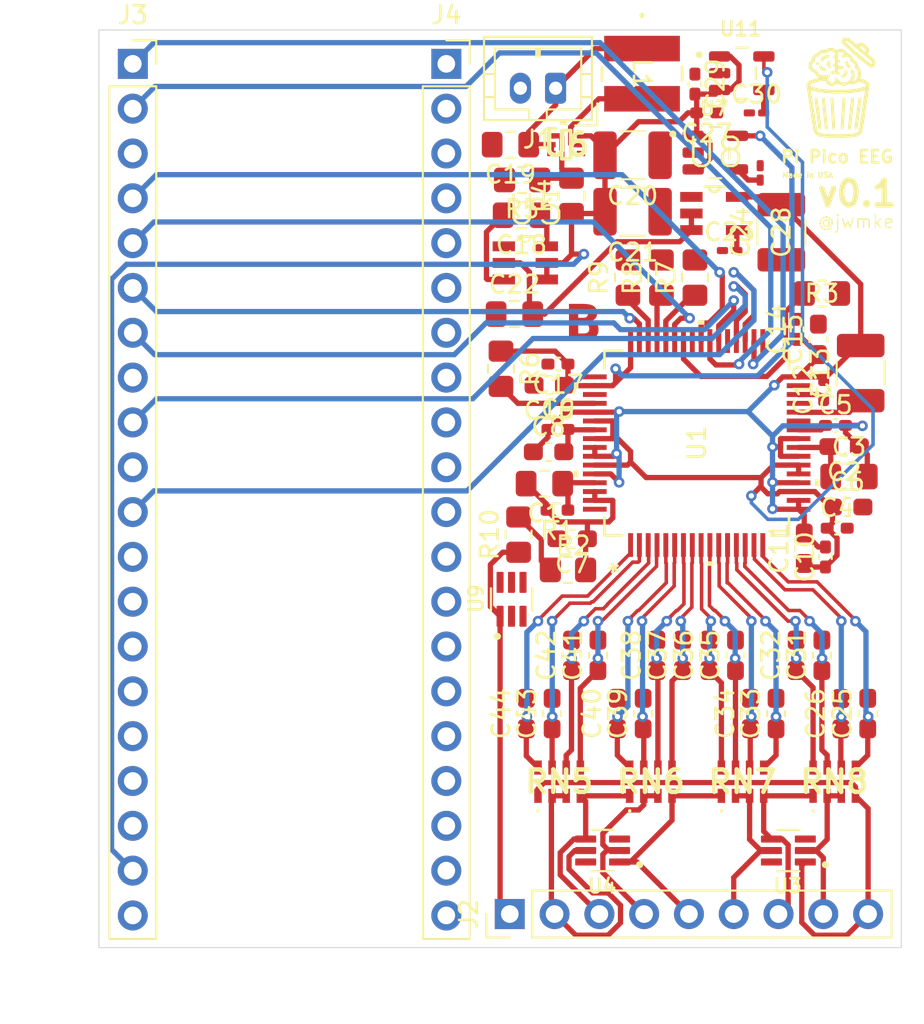
<source format=kicad_pcb>
(kicad_pcb (version 20240108) (generator "pcbnew") (generator_version "8.0")
  (layers (0 "F.Cu" signal) (31 "B.Cu" signal) (34 "B.Paste" user) (35 "F.Paste" user) (36 "B.SilkS" user "B.Silkscreen") (37 "F.SilkS" user "F.Silkscreen") (38 "B.Mask" user) (39 "F.Mask" user) (44 "Edge.Cuts" user))
  (net 0 "")
  (net 1 "Net-(U1-BIASINV)")
  (net 2 "/ADS1299/Bias")
  (net 3 "-2V5")
  (net 4 "Net-(U1-VREFP)")
  (net 5 "GND")
  (net 6 "+2V5")
  (net 7 "Net-(U1-VCAP4)")
  (net 8 "Net-(U1-VCAP3)")
  (net 9 "Net-(U1-VCAP2)")
  (net 10 "Net-(U1-VCAP1)")
  (net 11 "+3V3")
  (net 12 "Net-(U5-CAP-)")
  (net 13 "Net-(U5-CAP+)")
  (net 14 "/Booster/VBATT")
  (net 15 "+5V")
  (net 16 "-5V")
  (net 17 "Net-(U8-NR)")
  (net 18 "Net-(U7-NR{slash}FB)")
  (net 19 "Net-(U11-NR{slash}FB)")
  (net 20 "/ADS1299/IN7P")
  (net 21 "/ADS1299/IN8P")
  (net 22 "/ADS1299/IN8N")
  (net 23 "/ADS1299/IN7N")
  (net 24 "/ADS1299/IN6P")
  (net 25 "/ADS1299/IN6N")
  (net 26 "/ADS1299/IN5P")
  (net 27 "/ADS1299/IN5N")
  (net 28 "/ADS1299/IN4P")
  (net 29 "/ADS1299/IN3P")
  (net 30 "/ADS1299/IN4N")
  (net 31 "/ADS1299/IN3N")
  (net 32 "/ADS1299/IN1P")
  (net 33 "/ADS1299/IN2P")
  (net 34 "/ADS1299/IN1N")
  (net 35 "/ADS1299/IN2N")
  (net 36 "/ADS1299/I3")
  (net 37 "/ADS1299/I8")
  (net 38 "/ADS1299/I7")
  (net 39 "/ADS1299/I5")
  (net 40 "/ADS1299/I2")
  (net 41 "/ADS1299/I4")
  (net 42 "/ADS1299/I6")
  (net 43 "/ADS1299/I1")
  (net 44 "Net-(U6-SW)")
  (net 45 "Net-(R10-Pad2)")
  (net 46 "Net-(U1-GPIO1)")
  (net 47 "Net-(U6-FB)")
  (net 48 "Net-(U1-CLKSEL)")
  (net 49 "Net-(U1-GPIO2)")
  (net 50 "Net-(U1-GPIO3)")
  (net 51 "Net-(U1-GPIO4)")
  (net 52 "/ADS1299/MOSI")
  (net 53 "/ADS1299/START")
  (net 54 "/ADS1299/RESET")
  (net 55 "/ADS1299/DRDY")
  (net 56 "/ADS1299/SCLK")
  (net 57 "/ADS1299/MISO")
  (net 58 "/ADS1299/PDWN")
  (net 59 "/ADS1299/CS")
  (footprint "Capacitor_SMD:C_0603_1608Metric_Pad1.08x0.95mm_HandSolder" (layer "F.Cu") (at 128.0375 97.1375 90)
    (property "Reference" "C44")
    (property "Value" "1nF")
  )
  (footprint "Resistor_SMD:R_0805_2012Metric_Pad1.20x1.40mm_HandSolder" (layer "F.Cu") (at 144.8 73.333706)
    (property "Reference" "R3")
    (property "Value" "10kΩ")
  )
  (footprint "Capacitor_SMD:C_0603_1608Metric_Pad1.08x0.95mm_HandSolder" (layer "F.Cu") (at 142.2 97.1375 90)
    (property "Reference" "C33")
    (property "Value" "1nF")
  )
  (footprint "CustomLib:PAG64_TEX" (layer "F.Cu") (at 137.7 81.808706 90)
    (property "Reference" "U1")
    (property "Value" "ADS1299IPAGR")
  )
  (footprint "Connector_PinSocket_2.54mm:PinSocket_1x20_P2.54mm_Vertical" (layer "F.Cu") (at 105.72 60.32)
    (property "Reference" "J3")
    (property "Value" "Conn_01x20_Socket")
  )
  (footprint "Capacitor_SMD:C_0603_1608Metric_Pad1.08x0.95mm_HandSolder" (layer "F.Cu") (at 144.8 93.8375 90)
    (property "Reference" "C31")
    (property "Value" "1nF")
  )
  (footprint "Capacitor_SMD:C_0402_1005Metric_Pad0.74x0.62mm_HandSolder" (layer "F.Cu") (at 144.9 78.776206 90)
    (property "Reference" "C12")
    (property "Value" "1µF ")
  )
  (footprint "Capacitor_SMD:C_0402_1005Metric_Pad0.74x0.62mm_HandSolder" (layer "F.Cu") (at 137.6 61.4675 -90)
    (property "Reference" "C29")
    (property "Value" "1µF ")
  )
  (footprint "Capacitor_SMD:C_0402_1005Metric_Pad0.74x0.62mm_HandSolder" (layer "F.Cu") (at 129.8325 81.033706)
    (property "Reference" "C9")
    (property "Value" "1µF ")
  )
  (footprint "Capacitor_SMD:C_0402_1005Metric_Pad0.74x0.62mm_HandSolder" (layer "F.Cu") (at 129.8325 77.333706 180)
    (property "Reference" "C17")
    (property "Value" "1µF ")
  )
  (footprint "Resistor_SMD:R_0402_1005Metric_Pad0.72x0.64mm_HandSolder" (layer "F.Cu") (at 129.8025 85.608706 180)
    (property "Reference" "R1")
    (property "Value" "1MΩ")
  )
  (footprint "Capacitor_SMD:C_0805_2012Metric_Pad1.18x1.45mm_HandSolder" (layer "F.Cu") (at 127.7625 68.9 180)
    (property "Reference" "C18")
    (property "Value" "10µF ")
  )
  (footprint "Capacitor_SMD:C_0603_1608Metric_Pad1.08x0.95mm_HandSolder" (layer "F.Cu") (at 144.6 75.933706 90)
    (property "Reference" "C15")
    (property "Value" "0.1µF ")
  )
  (footprint "CustomLib:CAT16A203J4LF" (layer "F.Cu") (at 145.5 101)
    (property "Reference" "RN8")
    (property "Value" "CAY16-103J4LF" (hide yes))
  )
  (footprint "Capacitor_SMD:C_0603_1608Metric_Pad1.08x0.95mm_HandSolder" (layer "F.Cu") (at 129.3 82.308706)
    (property "Reference" "C8")
    (property "Value" "0.1µF ")
  )
  (footprint "Capacitor_SMD:C_0402_1005Metric_Pad0.74x0.62mm_HandSolder" (layer "F.Cu") (at 145 88.266206 90)
    (property "Reference" "C10")
    (property "Value" "1µF ")
  )
  (footprint "Capacitor_SMD:C_0402_1005Metric_Pad0.74x0.62mm_HandSolder" (layer "F.Cu") (at 145.5675 80.808706)
    (property "Reference" "C5")
    (property "Value" "1µF ")
  )
  (footprint "Capacitor_SMD:C_0603_1608Metric_Pad1.08x0.95mm_HandSolder" (layer "F.Cu") (at 145.875 97.1475 90)
    (property "Reference" "C26")
    (property "Value" "1nF")
  )
  (footprint "Capacitor_SMD:C_0201_0603Metric_Pad0.64x0.40mm_HandSolder" (layer "F.Cu") (at 141.3 66.5 -90)
    (property "Reference" "C28")
    (property "Value" "0.01µF ")
  )
  (footprint "Capacitor_SMD:C_0402_1005Metric_Pad0.74x0.62mm_HandSolder" (layer "F.Cu") (at 138.2675 63.1 180)
    (property "Reference" "C27")
    (property "Value" "1µF ")
  )
  (footprint "Resistor_SMD:R_0805_2012Metric_Pad1.20x1.40mm_HandSolder" (layer "F.Cu") (at 130.6 67.8 90)
    (property "Reference" "R4")
    (property "Value" "732kΩ")
  )
  (footprint "Capacitor_SMD:C_1210_3225Metric_Pad1.33x2.70mm_HandSolder" (layer "F.Cu") (at 142.5 69.8625 90)
    (property "Reference" "C24")
    (property "Value" "22µF ")
  )
  (footprint "Resistor_SMD:R_0805_2012Metric_Pad1.20x1.40mm_HandSolder" (layer "F.Cu") (at 135.7 72.433706 90)
    (property "Reference" "R8")
    (property "Value" "10kΩ")
  )
  (footprint "Capacitor_SMD:C_0603_1608Metric_Pad1.08x0.95mm_HandSolder" (layer "F.Cu") (at 129.3375 78.533706 180)
    (property "Reference" "C16")
    (property "Value" "0.1µF ")
  )
  (footprint "Resistor_SMD:R_0805_2012Metric_Pad1.20x1.40mm_HandSolder" (layer "F.Cu") (at 137.6 72.433706 90)
    (property "Reference" "R7")
    (property "Value" "10kΩ")
  )
  (footprint "Capacitor_SMD:C_0201_0603Metric_Pad0.64x0.40mm_HandSolder" (layer "F.Cu") (at 139.5675 70.9)
    (property "Reference" "C23")
    (property "Value" "0.01µF ")
  )
  (footprint "Resistor_SMD:R_0805_2012Metric_Pad1.20x1.40mm_HandSolder" (layer "F.Cu") (at 127.8 66.9 180)
    (property "Reference" "R5")
    (property "Value" "100kΩ")
  )
  (footprint "Capacitor_SMD:C_0805_2012Metric_Pad1.18x1.45mm_HandSolder" (layer "F.Cu") (at 146.3375 83.708706)
    (property "Reference" "C3")
    (property "Value" "10µF ")
  )
  (footprint "Capacitor_SMD:C_0603_1608Metric_Pad1.08x0.95mm_HandSolder" (layer "F.Cu") (at 136.9 93.8375 90)
    (property "Reference" "C37")
    (property "Value" "1nF")
  )
  (footprint "Capacitor_SMD:C_0805_2012Metric_Pad1.18x1.45mm_HandSolder" (layer "F.Cu") (at 129.0625 84.108706 180)
    (property "Reference" "C1")
    (property "Value" "1.5nF")
  )
  (footprint "Connector_PinHeader_2.54mm:PinHeader_1x09_P2.54mm_Vertical" (layer "F.Cu") (at 127.1 108.5 90)
    (property "Reference" "J2")
    (property "Value" "Conn_01x09_Pin")
  )
  (footprint "Capacitor_SMD:C_0603_1608Metric_Pad1.08x0.95mm_HandSolder" (layer "F.Cu") (at 139.9 93.8375 90)
    (property "Reference" "C35")
    (property "Value" "1nF")
  )
  (footprint "Capacitor_SMD:C_1210_3225Metric_Pad1.33x2.70mm_HandSolder" (layer "F.Cu") (at 147 77.846206 90)
    (property "Reference" "C13")
    (property "Value" "100µF ")
  )
  (footprint "Connector_JST:JST_PH_B2B-PH-K_1x02_P2.00mm_Vertical" (layer "F.Cu") (at 129.7 61.7 180)
    (property "Reference" "J1")
    (property "Value" "Conn_01x02_Pin")
  )
  (footprint "CustomLib:tpd4e1b06dckr" (layer "F.Cu") (at 127.2 90.663706 90)
    (property "Reference" "U9")
    (property "Value" "TPD4E1B06DCKR")
  )
  (footprint "Capacitor_SMD:C_0603_1608Metric_Pad1.08x0.95mm_HandSolder" (layer "F.Cu") (at 133.2 97.1375 90)
    (property "Reference" "C40")
    (property "Value" "1nF")
  )
  (footprint "Capacitor_SMD:C_0201_0603Metric_Pad0.64x0.40mm_HandSolder" (layer "F.Cu") (at 141.0925 63.1)
    (property "Reference" "C30")
    (property "Value" "0.01µF ")
  )
  (footprint "CustomLib:CAT16A203J4LF" (layer "F.Cu") (at 129.9 101)
    (property "Reference" "RN5")
    (property "Value" "CAY16-103J4LF" (hide yes))
  )
  (footprint "CustomLib:CAT16A203J4LF" (layer "F.Cu") (at 140.3 101)
    (property "Reference" "RN7")
    (property "Value" "CAY16-103J4LF" (hide yes))
  )
  (footprint "CustomLib:brain2" (layer "F.Cu") (at 145.7 61.7)
    (property "Reference" "G***" (hide yes))
    (property "Value" "LOGO" (hide yes))
  )
  (footprint "Capacitor_SMD:C_0603_1608Metric_Pad1.08x0.95mm_HandSolder" (layer "F.Cu") (at 130.6 93.8375 90)
    (property "Reference" "C42")
    (property "Value" "1nF")
  )
  (footprint "Connector_PinSocket_2.54mm:PinSocket_1x20_P2.54mm_Vertical" (layer "F.Cu") (at 123.5 60.32)
    (property "Reference" "J4")
    (property "Value" "Conn_01x20_Socket" (hide yes))
  )
  (footprint "CustomLib:lm266" (layer "F.Cu") (at 127.9808 71.6)
    (property "Reference" "U5")
    (property "Value" "LM2664M6")
  )
  (footprint "Capacitor_SMD:C_1210_3225Metric_Pad1.33x2.70mm_HandSolder" (layer "F.Cu") (at 134.0625 65.5 180)
    (property "Reference" "C20")
    (property "Value" "22µF ")
  )
  (footprint "CustomLib:tpd4e1b06dckr" (layer "F.Cu") (at 132.365 104.9 180)
    (property "Reference" "U4")
    (property "Value" "TPD4E1B06DCKR")
  )
  (footprint "CustomLib:72325" (layer "F.Cu") (at 138.6954 68.8)
    (property "Reference" "U8")
    (property "Value" "TPS72325DBVT" (hide yes))
  )
  (footprint "Capacitor_SMD:C_0603_1608Metric_Pad1.08x0.95mm_HandSolder" (layer "F.Cu") (at 135.4375 93.8375 90)
    (property "Reference" "C38")
    (property "Value" "1nF")
  )
  (footprint "Capacitor_SMD:C_0603_1608Metric_Pad1.08x0.95mm_HandSolder" (layer "F.Cu") (at 138.4 93.8375 90)
    (property "Reference" "C36")
    (property "Value" "1nF")
  )
  (footprint "Capacitor_SMD:C_0402_1005Metric_Pad0.74x0.62mm_HandSolder" (layer "F.Cu") (at 143.4 75.366206 90)
    (property "Reference" "C14")
    (property "Value" "1µF ")
  )
  (footprint "Resistor_SMD:R_0805_2012Metric_Pad1.20x1.40mm_HandSolder" (layer "F.Cu") (at 130.4 88.998706)
    (property "Reference" "R2")
    (property "Value" "10kΩ")
  )
  (footprint "CustomLib:IND_74438357010_WRE" (layer "F.Cu") (at 134.6 60.8776 -90)
    (property "Reference" "L1")
    (property "Value" "1µH")
  )
  (footprint "Capacitor_SMD:C_0805_2012Metric_Pad1.18x1.45mm_HandSolder" (layer "F.Cu") (at 127.1375 64.9 180)
    (property "Reference" "C19")
    (property "Value" "10µF ")
  )
  (footprint "Capacitor_SMD:C_0805_2012Metric_Pad1.18x1.45mm_HandSolder" (layer "F.Cu") (at 127.3625 74.5)
    (property "Reference" "C22")
    (property "Value" "10µF ")
  )
  (footprint "Capacitor_SMD:C_0603_1608Metric_Pad1.08x0.95mm_HandSolder" (layer "F.Cu") (at 147.4 97.1375 90)
    (property "Reference" "C25")
    (property "Value" "1nF")
  )
  (footprint "Capacitor_SMD:C_0603_1608Metric_Pad1.08x0.95mm_HandSolder" (layer "F.Cu") (at 143.3375 93.8375 90)
    (property "Reference" "C32")
    (property "Value" "1nF")
  )
  (footprint "Capacitor_SMD:C_1210_3225Metric_Pad1.33x2.70mm_HandSolder" (layer "F.Cu") (at 134.0625 68.7 180)
    (property "Reference" "C21")
    (property "Value" "22µF ")
  )
  (footprint "Resistor_SMD:R_0805_2012Metric_Pad1.20x1.40mm_HandSolder" (layer "F.Cu") (at 127.6 86.998706 90)
    (property "Reference" "R10")
    (property "Value" "10kΩ")
  )
  (footprint "CustomLib:73225" (layer "F.Cu") (at 140.255 60.85)
    (property "Reference" "U11")
    (property "Value" "TPS73225DBVR" (hide yes))
  )
  (footprint "Resistor_SMD:R_0805_2012Metric_Pad1.20x1.40mm_HandSolder" (layer "F.Cu") (at 133.8 72.433706 90)
    (property "Reference" "R9")
    (property "Value" "10kΩ")
  )
  (footprint "CustomLib:tpd4e1b06dckr" (layer "F.Cu") (at 142.9 104.9 180)
    (property "Reference" "U3")
    (property "Value" "TPD4E1B06DCKR")
  )
  (footprint "Capacitor_SMD:C_0603_1608Metric_Pad1.08x0.95mm_HandSolder" (layer "F.Cu") (at 132.1 93.8375 90)
    (property "Reference" "C41")
    (property "Value" "1nF")
  )
  (footprint "Capacitor_SMD:C_0603_1608Metric_Pad1.08x0.95mm_HandSolder" (layer "F.Cu") (at 140.7375 97.1375 90)
    (property "Reference" "C34")
    (property "Value" "1nF")
  )
  (footprint "Capacitor_SMD:C_0603_1608Metric_Pad1.08x0.95mm_HandSolder" (layer "F.Cu") (at 146.2625 85.433706)
    (property "Reference" "C6")
    (property "Value" "0.1µF ")
  )
  (footprint "CustomLib:73233" (layer "F.Cu") (at 138.755 65.35)
    (property "Reference" "U7")
    (property "Value" "TPS73233DBVT" (hide yes))
  )
  (footprint "Capacitor_SMD:C_0603_1608Metric_Pad1.08x0.95mm_HandSolder" (layer "F.Cu") (at 146.0625 82.008706 180)
    (property "Reference" "C2")
    (property "Value" "0.1µF ")
  )
  (footprint "Capacitor_SMD:C_0603_1608Metric_Pad1.08x0.95mm_HandSolder" (layer "F.Cu") (at 130.6375 87.233706 180)
    (property "Reference" "C7")
    (property "Value" "1nF")
  )
  (footprint "Capacitor_SMD:C_0603_1608Metric_Pad1.08x0.95mm_HandSolder" (layer "F.Cu") (at 143.8 87.771206 90)
    (property "Reference" "C11")
    (property "Value" "0.1µF ")
  )
  (footprint "Capacitor_SMD:C_0603_1608Metric_Pad1.08x0.95mm_HandSolder" (layer "F.Cu") (at 134.6625 97.1375 90)
    (property "Reference" "C39")
    (property "Value" "1nF")
  )
  (footprint "CustomLib:SOTFL50P160X60-6N" (layer "F.Cu") (at 130.3 64.9)
    (property "Reference" "U6")
    (property "Value" "TPS61023DRLR" (hide yes))
  )
  (footprint "Capacitor_SMD:C_0402_1005Metric_Pad0.74x0.62mm_HandSolder" (layer "F.Cu") (at 145.6675 86.633706)
    (property "Reference" "C4")
    (property "Value" "1µF ")
  )
  (footprint "Capacitor_SMD:C_0603_1608Metric_Pad1.08x0.95mm_HandSolder" (layer "F.Cu") (at 129.5 97.1375 90)
    (property "Reference" "C43")
    (property "Value" "1nF")
  )
  (footprint "Resistor_SMD:R_0805_2012Metric_Pad1.20x1.40mm_HandSolder" (layer "F.Cu") (at 126.6 77.6 -90)
    (property "Reference" "R6")
    (property "Value" "10kΩ")
  )
  (footprint "CustomLib:CAT16A203J4LF" (layer "F.Cu") (at 135.1 101)
    (property "Reference" "RN6")
    (property "Value" "CAY16-103J4LF" (hide yes))
  )
  (gr_line (start 103.8 110.4) (end 103.8 58.4) (stroke (width 0.05)) (layer "Edge.Cuts"))
  (gr_line (start 103.8 58.4) (end 149.3 58.4) (stroke (width 0.05)) (layer "Edge.Cuts"))
  (gr_line (start 149.3 110.4) (end 149.3 58.4) (stroke (width 0.05)) (layer "Edge.Cuts"))
  (gr_line (start 149.3 110.4) (end 103.8 110.4) (stroke (width 0.05)) (layer "Edge.Cuts"))
  (gr_text "B" (at 130.2 76.3 0) (layer "F.Cu") (effects (font (size 2 2) (thickness 0.3) (bold yes)) (justify left bottom)))
  (gr_text "v0.1" (at 144.4 68.5 0) (layer "F.SilkS") (effects (font (size 1.4 1.4) (thickness 0.3) (bold yes)) (justify left bottom)))
  (gr_text "@jwmke" (at 144.5 69.7 0) (layer "F.SilkS") (effects (font (size 0.75 0.75) (thickness 0.08)) (justify left bottom)))
  (gr_text "Pi Pico EEG" (at 142.4 66 0) (layer "F.SilkS") (effects (font (size 0.7 0.7) (thickness 0.15) (bold yes)) (justify left bottom)))
  (gr_text "Made in USA" (at 142.5 66.8 0) (layer "F.SilkS") (effects (font (size 0.3 0.3) (thickness 0.075) (bold yes)) (justify left bottom)))
  (segment (start 130.4 85.608706) (end 130.4 84.408706) (width 0.3) (layer "F.Cu") (net 1))
  (segment (start 130.4 84.408706) (end 130.1 84.108706) (width 0.3) (layer "F.Cu") (net 1))
  (segment (start 131.9215 84.058707) (end 130.149999 84.058707) (width 0.3) (layer "F.Cu") (net 1))
  (segment (start 130.149999 84.058707) (end 130.1 84.108706) (width 0.3) (layer "F.Cu") (net 1))
  (segment (start 132.934301 85.058707) (end 132.9446 85.069006) (width 0.3) (layer "F.Cu") (net 2))
  (segment (start 131.4 87.333706) (end 131.5 87.233706) (width 0.3) (layer "F.Cu") (net 2))
  (segment (start 131.5 86.278706) (end 129.875 86.278706) (width 0.3) (layer "F.Cu") (net 2))
  (segment (start 132.9446 85.069006) (end 132.9446 86.048406) (width 0.3) (layer "F.Cu") (net 2))
  (segment (start 131.9215 85.058707) (end 132.934301 85.058707) (width 0.3) (layer "F.Cu") (net 2))
  (segment (start 126 91.073706) (end 126 88.7) (width 0.3) (layer "F.Cu") (net 2))
  (segment (start 129.205 85.288706) (end 128.025 84.108706) (width 0.3) (layer "F.Cu") (net 2))
  (segment (start 126.55 91.623706) (end 126 91.073706) (width 0.3) (layer "F.Cu") (net 2))
  (segment (start 129.205 85.608706) (end 129.205 85.288706) (width 0.3) (layer "F.Cu") (net 2))
  (segment (start 131.5 87.233706) (end 131.5 86.278706) (width 0.3) (layer "F.Cu") (net 2))
  (segment (start 126.701294 87.998706) (end 127.6 87.998706) (width 0.3) (layer "F.Cu") (net 2))
  (segment (start 129.875 86.278706) (end 129.205 85.608706) (width 0.3) (layer "F.Cu") (net 2))
  (segment (start 126 88.7) (end 126.701294 87.998706) (width 0.3) (layer "F.Cu") (net 2))
  (segment (start 127.1 108.5) (end 126.55 107.95) (width 0.3) (layer "F.Cu") (net 2))
  (segment (start 131.4 88.998706) (end 131.4 87.333706) (width 0.3) (layer "F.Cu") (net 2))
  (segment (start 131.9215 84.558706) (end 131.9215 85.058707) (width 0.3) (layer "F.Cu") (net 2))
  (segment (start 132.9446 86.048406) (end 132.7143 86.278706) (width 0.3) (layer "F.Cu") (net 2))
  (segment (start 132.7143 86.278706) (end 131.5 86.278706) (width 0.3) (layer "F.Cu") (net 2))
  (segment (start 126.55 107.95) (end 126.55 91.623706) (width 0.3) (layer "F.Cu") (net 2))
  (segment (start 129.265 81.033706) (end 129.314026 81.033706) (width 0.3) (layer "F.Cu") (net 3))
  (segment (start 142.4554 82.033706) (end 142.4554 81.569006) (width 0.3) (layer "F.Cu") (net 3))
  (segment (start 129.314026 81.033706) (end 130.289025 80.058707) (width 0.3) (layer "F.Cu") (net 3))
  (segment (start 133.3 84.033706) (end 132.824999 83.558705) (width 0.3) (layer "F.Cu") (net 3))
  (segment (start 143.4785 82.558707) (end 142.465701 82.558707) (width 0.3) (layer "F.Cu") (net 3))
  (segment (start 143.4785 85.558706) (end 142.025 85.558706) (width 0.3) (layer "F.Cu") (net 3))
  (segment (start 143.8 85.880206) (end 143.4785 85.558706) (width 0.3) (layer "F.Cu") (net 3))
  (segment (start 143.4 75.933706) (end 143.7375 75.933706) (width 0.3) (layer "F.Cu") (net 3))
  (segment (start 147 72.8) (end 147 76.283706) (width 0.3) (layer "F.Cu") (net 3))
  (segment (start 142.025 85.558706) (end 142 85.533706) (width 0.3) (layer "F.Cu") (net 3))
  (segment (start 144.6 76.937206) (end 143.4785 78.058706) (width 0.3) (layer "F.Cu") (net 3))
  (segment (start 133.305823 80.025347) (end 133.272463 80.058707) (width 0.3) (layer "F.Cu") (net 3))
  (segment (start 147.075 80.808706) (end 147.1 80.833706) (width 0.3) (layer "F.Cu") (net 3))
  (segment (start 133.155762 82.408707) (end 133.005762 82.558707) (width 0.3) (layer "F.Cu") (net 3))
  (segment (start 142.4554 82.548406) (end 142.4554 82.033706) (width 0.3) (layer "F.Cu") (net 3))
  (segment (start 142.575 78.058706) (end 143.4785 78.058706) (width 0.3) (layer "F.Cu") (net 3))
  (segment (start 143.4785 78.058706) (end 144.75 78.058706) (width 0.3) (layer "F.Cu") (net 3))
  (segment (start 142.4554 82.033706) (end 142 82.033706) (width 0.3) (layer "F.Cu") (net 3))
  (segment (start 142.5 68.3) (end 147 72.8) (width 0.3) (layer "F.Cu") (net 3))
  (segment (start 131.9215 82.558707) (end 131.9215 82.058706) (width 0.3) (layer "F.Cu") (net 3))
  (segment (start 132.824999 83.558705) (end 131.9215 83.558705) (width 0.3) (layer "F.Cu") (net 3))
  (segment (start 144.75 78.058706) (end 144.9 78.208706) (width 0.3) (layer "F.Cu") (net 3))
  (segment (start 129.265 81.481206) (end 128.4375 82.308706) (width 0.3) (layer "F.Cu") (net 3))
  (segment (start 142.4657 81.558706) (end 143.4785 81.558706) (width 0.3) (layer "F.Cu") (net 3))
  (segment (start 144.6 76.796206) (end 144.6 76.937206) (width 0.3) (layer "F.Cu") (net 3))
  (segment (start 142.0602 67.8602) (end 142.5 68.3) (width 0.3) (layer "F.Cu") (net 3))
  (segment (start 147.375 83.708706) (end 147.375 82.458706) (width 0.3) (layer "F.Cu") (net 3))
  (segment (start 146.135 80.808706) (end 146.135 81.218706) (width 0.3) (layer "F.Cu") (net 3))
  (segment (start 142.025001 84.058707) (end 142 84.033706) (width 0.3) (layer "F.Cu") (net 3))
  (segment (start 143.7375 75.933706) (end 144.6 76.796206) (width 0.3) (layer "F.Cu") (net 3))
  (segment (start 142.465701 82.558707) (end 142.4554 82.548406) (width 0.3) (layer "F.Cu") (net 3))
  (segment (start 145 87.698706) (end 144.59 87.698706) (width 0.3) (layer "F.Cu") (net 3))
  (segment (start 133.005762 82.558707) (end 131.9215 82.558707) (width 0.3) (layer "F.Cu") (net 3))
  (segment (start 146.135 81.218706) (end 146.925 82.008706) (width 0.3) (layer "F.Cu") (net 3))
  (segment (start 147.375 82.458706) (end 146.925 82.008706) (width 0.3) (layer "F.Cu") (net 3))
  (segment (start 142.1 78.533706) (end 142.575 78.058706) (width 0.3) (layer "F.Cu") (net 3))
  (segment (start 133.272463 80.058707) (end 131.9215 80.058707) (width 0.3) (layer "F.Cu") (net 3))
  (segment (start 146.825 76.283706) (end 144.9 78.208706) (width 0.3) (layer "F.Cu") (net 3))
  (segment (start 129.265 81.033706) (end 129.265 81.481206) (width 0.3) (layer "F.Cu") (net 3))
  (segment (start 144.59 87.698706) (end 143.8 86.908706) (width 0.3) (layer "F.Cu") (net 3))
  (segment (start 139.9908 67.8602) (end 142.0602 67.8602) (width 0.3) (layer "F.Cu") (net 3))
  (segment (start 146.135 80.808706) (end 147.075 80.808706) (width 0.3) (layer "F.Cu") (net 3))
  (segment (start 143.4785 84.058707) (end 142.025001 84.058707) (width 0.3) (layer "F.Cu") (net 3))
  (segment (start 143.8 86.908706) (end 143.8 85.880206) (width 0.3) (layer "F.Cu") (net 3))
  (segment (start 130.289025 80.058707) (end 131.9215 80.058707) (width 0.3) (layer "F.Cu") (net 3))
  (segment (start 142.4554 81.569006) (end 142.4657 81.558706) (width 0.3) (layer "F.Cu") (net 3))
  (segment (start 147 76.283706) (end 146.825 76.283706) (width 0.3) (layer "F.Cu") (net 3))
  (segment (start 143.4785 85.558706) (end 143.4785 85.058707) (width 0.3) (layer "F.Cu") (net 3))
  (via (at 142.1 78.533706) (size 0.6) (drill 0.3) (layers "F.Cu" "B.Cu") (net 3))
  (via (at 133.155762 82.408707) (size 0.6) (drill 0.3) (layers "F.Cu" "B.Cu") (net 3))
  (via (at 142 82.033706) (size 0.6) (drill 0.3) (layers "F.Cu" "B.Cu") (net 3))
  (via (at 133.3 84.033706) (size 0.6) (drill 0.3) (layers "F.Cu" "B.Cu") (net 3))
  (via (at 147.1 80.833706) (size 0.6) (drill 0.3) (layers "F.Cu" "B.Cu") (net 3))
  (via (at 142 85.533706) (size 0.6) (drill 0.3) (layers "F.Cu" "B.Cu") (net 3))
  (via (at 142 84.033706) (size 0.6) (drill 0.3) (layers "F.Cu" "B.Cu") (net 3))
  (via (at 133.305823 80.025347) (size 0.6) (drill 0.3) (layers "F.Cu" "B.Cu") (net 3))
  (segment (start 133.3 82.552945) (end 133.155762 82.408707) (width 0.3) (layer "B.Cu") (net 3))
  (segment (start 133.305823 80.025347) (end 140.608359 80.025347) (width 0.3) (layer "B.Cu") (net 3))
  (segment (start 133.155762 82.408707) (end 133.155762 80.175408) (width 0.3) (layer "B.Cu") (net 3))
  (segment (start 142.583282 80.833706) (end 142 81.416988) (width 0.3) (layer "B.Cu") (net 3))
  (segment (start 147.1 80.833706) (end 142.583282 80.833706) (width 0.3) (layer "B.Cu") (net 3))
  (segment (start 142 81.416988) (end 140.608359 80.025347) (width 0.3) (layer "B.Cu") (net 3))
  (segment (start 133.155762 80.175408) (end 133.305823 80.025347) (width 0.3) (layer "B.Cu") (net 3))
  (segment (start 133.3 84.033706) (end 133.3 82.552945) (width 0.3) (layer "B.Cu") (net 3))
  (segment (start 142 82.033706) (end 142 81.416988) (width 0.3) (layer "B.Cu") (net 3))
  (segment (start 142 85.533706) (end 142 84.033706) (width 0.3) (layer "B.Cu") (net 3))
  (segment (start 140.608359 80.025347) (end 142.1 78.533706) (width 0.3) (layer "B.Cu") (net 3))
  (segment (start 142 84.033706) (end 142 82.033706) (width 0.3) (layer "B.Cu") (net 3))
  (segment (start 145.3 82.108706) (end 145.2 82.008706) (width 0.3) (layer "F.Cu") (net 4))
  (segment (start 145.2 82.008706) (end 145.15 82.058706) (width 0.3) (layer "F.Cu") (net 4))
  (segment (start 145.15 82.058706) (end 143.4785 82.058706) (width 0.3) (layer "F.Cu") (net 4))
  (segment (start 145.3 83.708706) (end 145.3 82.108706) (width 0.3) (layer "F.Cu") (net 4))
  (segment (start 138.835 63.1) (end 138.8 63.1) (width 0.3) (layer "F.Cu") (net 5))
  (segment (start 144.4 84.558706) (end 145.275 85.433706) (width 0.3) (layer "F.Cu") (net 6))
  (segment (start 132.9446 81.548405) (end 132.9446 80.569005) (width 0.3) (layer "F.Cu") (net 6))
  (segment (start 134.830761 83.764467) (end 133.95 82.883706) (width 0.3) (layer "F.Cu") (net 6))
  (segment (start 141.35 83.764467) (end 142.055761 83.058706) (width 0.3) (layer "F.Cu") (net 6))
  (segment (start 133.95 82.283706) (end 133.225 81.558706) (width 0.3) (layer "F.Cu") (net 6))
  (segment (start 141.51 59.9) (end 141.51 60.61) (width 0.2) (layer "F.Cu") (net 6))
  (segment (start 141.730761 84.683706) (end 141.35 84.302945) (width 0.3) (layer "F.Cu") (net 6))
  (segment (start 131.9215 81.558706) (end 132.8 81.558706) (width 0.3) (layer "F.Cu") (net 6))
  (segment (start 143.4785 83.058706) (end 143.4785 83.558705) (width 0.3) (layer "F.Cu") (net 6))
  (segment (start 132.934299 81.558706) (end 132.9446 81.548405) (width 0.3) (layer "F.Cu") (net 6))
  (segment (start 145.4 85.433706) (end 145.4 86.333706) (width 0.3) (layer "F.Cu") (net 6))
  (segment (start 131.9215 83.058706) (end 133.775 83.058706) (width 0.3) (layer "F.Cu") (net 6))
  (segment (start 132.8 81.558706) (end 132.934299 81.558706) (width 0.3) (layer "F.Cu") (net 6))
  (segment (start 145.66 87.193706) (end 145.66 88.173706) (width 0.3) (layer "F.Cu") (net 6))
  (segment (start 145.1 86.633706) (end 145.66 87.193706) (width 0.3) (layer "F.Cu") (net 6))
  (segment (start 132.9446 80.569005) (end 132.934301 80.558706) (width 0.3) (layer "F.Cu") (net 6))
  (segment (start 142.055761 83.058706) (end 143.4785 83.058706) (width 0.3) (layer "F.Cu") (net 6))
  (segment (start 141.35 84.302945) (end 141.35 83.764467) (width 0.3) (layer "F.Cu") (net 6))
  (segment (start 133.95 82.883706) (end 133.95 82.283706) (width 0.3) (layer "F.Cu") (net 6))
  (segment (start 143.4785 84.558706) (end 144.4 84.558706) (width 0.3) (layer "F.Cu") (net 6))
  (segment (start 141.35 83.764467) (end 134.830761 83.764467) (width 0.3) (layer "F.Cu") (net 6))
  (segment (start 141.51 60.61) (end 141.7 60.8) (width 0.2) (layer "F.Cu") (net 6))
  (segment (start 133.775 83.058706) (end 133.95 82.883706) (width 0.3) (layer "F.Cu") (net 6))
  (segment (start 144 88.833706) (end 143.8 88.633706) (width 0.3) (layer "F.Cu") (net 6))
  (segment (start 145.4 86.333706) (end 145.1 86.633706) (width 0.3) (layer "F.Cu") (net 6))
  (segment (start 143.4785 84.558706) (end 142.4 84.558706) (width 0.3) (layer "F.Cu") (net 6))
  (segment (start 132.934301 80.558706) (end 131.9215 80.558706) (width 0.3) (layer "F.Cu") (net 6))
  (segment (start 141.297055 84.302945) (end 140.8 84.8) (width 0.3) (layer "F.Cu") (net 6))
  (segment (start 142.4 84.558706) (end 142.275 84.683706) (width 0.3) (layer "F.Cu") (net 6))
  (segment (start 145.66 88.173706) (end 145 88.833706) (width 0.3) (layer "F.Cu") (net 6))
  (segment (start 133.225 81.558706) (end 132.8 81.558706) (width 0.3) (layer "F.Cu") (net 6))
  (segment (start 141.35 84.302945) (end 141.297055 84.302945) (width 0.3) (layer "F.Cu") (net 6))
  (segment (start 142.275 84.683706) (end 141.730761 84.683706) (width 0.3) (layer "F.Cu") (net 6))
  (segment (start 145 88.833706) (end 144 88.833706) (width 0.3) (layer "F.Cu") (net 6))
  (via (at 141.7 60.8) (size 0.6) (drill 0.3) (layers "F.Cu" "B.Cu") (net 6))
  (via (at 140.8 84.8) (size 0.6) (drill 0.3) (layers "F.Cu" "B.Cu") (net 6))
  (segment (start 143.7 75.9) (end 147.7 79.9) (width 0.2) (layer "B.Cu") (net 6))
  (segment (start 141.7 60.8) (end 141.7 63.9) (width 0.2) (layer "B.Cu") (net 6))
  (segment (start 143.466294 86.133706) (end 141.733706 86.133706) (width 0.2) (layer "B.Cu") (net 6))
  (segment (start 143.7 65.9) (end 143.7 75.9) (width 0.2) (layer "B.Cu") (net 6))
  (segment (start 147.7 81.9) (end 143.466294 86.133706) (width 0.2) (layer "B.Cu") (net 6))
  (segment (start 141.7 63.9) (end 143.7 65.9) (width 0.2) (layer "B.Cu") (net 6))
  (segment (start 141.733706 86.133706) (end 140.8 85.2) (width 0.2) (layer "B.Cu") (net 6))
  (segment (start 147.7 79.9) (end 147.7 81.9) (width 0.2) (layer "B.Cu") (net 6))
  (segment (start 140.8 85.2) (end 140.8 84.8) (width 0.2) (layer "B.Cu") (net 6))
  (segment (start 144.750001 81.058705) (end 143.4785 81.058705) (width 0.3) (layer "F.Cu") (net 7))
  (segment (start 145 80.808706) (end 144.750001 81.058705) (width 0.3) (layer "F.Cu") (net 7))
  (segment (start 130.4 81.033706) (end 130.4 82.071206) (width 0.3) (layer "F.Cu") (net 8))
  (segment (start 130.424999 81.058705) (end 131.9215 81.058705) (width 0.3) (layer "F.Cu") (net 8))
  (segment (start 130.4 81.033706) (end 130.424999 81.058705) (width 0.3) (layer "F.Cu") (net 8))
  (segment (start 130.4 82.071206) (end 130.1625 82.308706) (width 0.3) (layer "F.Cu") (net 8))
  (segment (start 130.5 81.971206) (end 130.1625 82.308706) (width 0.3) (layer "F.Cu") (net 8))
  (segment (start 143.5285 79.108706) (end 143.4785 79.058706) (width 0.2) (layer "F.Cu") (net 9))
  (segment (start 144.615 79.058706) (end 143.4785 79.058706) (width 0.3) (layer "F.Cu") (net 9))
  (segment (start 144.9 79.343706) (end 144.615 79.058706) (width 0.3) (layer "F.Cu") (net 9))
  (segment (start 146.3397 80.069006) (end 143.488799 80.069006) (width 0.3) (layer "F.Cu") (net 10))
  (segment (start 147 79.408706) (end 146.3397 80.069006) (width 0.3) (layer "F.Cu") (net 10))
  (segment (start 143.488799 80.069006) (end 143.4785 80.058707) (width 0.3) (layer "F.Cu") (net 10))
  (segment (start 133.95 77.543006) (end 133.95 76.030206) (width 0.3) (layer "F.Cu") (net 11))
  (segment (start 130.4 77.333706) (end 130.4 78.333706) (width 0.3) (layer "F.Cu") (net 11))
  (segment (start 132.934301 78.558705) (end 133.37965 78.113356) (width 0.3) (layer "F.Cu") (net 11))
  (segment (start 130.224999 78.558705) (end 130.2 78.533706) (width 0.3) (layer "F.Cu") (net 11))
  (segment (start 130.4 78.333706) (end 130.2 78.533706) (width 0.3) (layer "F.Cu") (net 11))
  (segment (start 130.4 77.333706) (end 129.666294 76.6) (width 0.3) (layer "F.Cu") (net 11))
  (segment (start 131.9215 78.558705) (end 132.934301 78.558705) (width 0.3) (layer "F.Cu") (net 11))
  (segment (start 133.1 78.393006) (end 132.934301 78.558705) (width 0.3) (layer "F.Cu") (net 11))
  (segment (start 129.666294 76.6) (end 126.6 76.6) (width 0.3) (layer "F.Cu") (net 11))
  (segment (start 140.01 64.4) (end 141.3 64.4) (width 0.3) (layer "F.Cu") (net 11))
  (segment (start 131.9215 78.558705) (end 130.224999 78.558705) (width 0.3) (layer "F.Cu") (net 11))
  (segment (start 133.37965 78.113356) (end 133.95 77.543006) (width 0.3) (layer "F.Cu") (net 11))
  (segment (start 133.1 77.6) (end 133.1 78.393006) (width 0.3) (layer "F.Cu") (net 11))
  (via (at 141.3 64.4) (size 0.6) (drill 0.3) (layers "F.Cu" "B.Cu") (net 11))
  (via (at 133.1 77.6) (size 0.6) (drill 0.3) (layers "F.Cu" "B.Cu") (net 11))
  (segment (start 141.3 64.4) (end 143.1 66.2) (width 0.3) (layer "B.Cu") (net 11))
  (segment (start 143.1 76.052945) (end 141.152945 78) (width 0.3) (layer "B.Cu") (net 11))
  (segment (start 141.152945 78) (end 133.5 78) (width 0.3) (layer "B.Cu") (net 11))
  (segment (start 143.1 66.2) (end 143.1 76.052945) (width 0.3) (layer "B.Cu") (net 11))
  (segment (start 133.5 78) (end 133.1 77.6) (width 0.3) (layer "B.Cu") (net 11))
  (segment (start 125.7766 72.4898) (end 125.8266 72.5398) (width 0.3) (layer "F.Cu") (net 12))
  (segment (start 126.725 68.9) (end 125.7766 69.8484) (width 0.3) (layer "F.Cu") (net 12))
  (segment (start 125.8266 72.5398) (end 126.7616 72.5398) (width 0.3) (layer "F.Cu") (net 12))
  (segment (start 125.7766 69.8484) (end 125.7766 72.4898) (width 0.3) (layer "F.Cu") (net 12))
  (segment (start 129.2 70.6602) (end 129.2 69.3) (width 0.3) (layer "F.Cu") (net 13))
  (segment (start 129.2 69.3) (end 128.8 68.9) (width 0.3) (layer "F.Cu") (net 13))
  (segment (start 129.462 64.9) (end 129.462 65.4) (width 0.3) (layer "F.Cu") (net 14))
  (segment (start 128.175 64.9) (end 128.175 64.175) (width 0.3) (layer "F.Cu") (net 14))
  (segment (start 128.175 64.175) (end 129.7 62.65) (width 0.3) (layer "F.Cu") (net 14))
  (segment (start 129.7 61.7) (end 131.9448 59.4552) (width 0.3) (layer "F.Cu") (net 14))
  (segment (start 131.9448 59.4552) (end 134.6 59.4552) (width 0.3) (layer "F.Cu") (net 14))
  (segment (start 129.462 64.9) (end 128.175 64.9) (width 0.3) (layer "F.Cu") (net 14))
  (segment (start 129.7 62.65) (end 129.7 61.7) (width 0.3) (layer "F.Cu") (net 14))
  (segment (start 138.455 65.70766) (end 137.86266 66.3) (width 0.3) (layer "F.Cu") (net 15))
  (segment (start 138.455 64.750001) (end 138.455 65.70766) (width 0.3) (layer "F.Cu") (net 15))
  (segment (start 139.604999 59.9) (end 139 59.9) (width 0.3) (layer "F.Cu") (net 15))
  (segment (start 130.6 71.1) (end 131.3 71.1) (width 0.3) (layer "F.Cu") (net 15))
  (segment (start 137.5 64.4) (end 138.104999 64.4) (width 0.3) (layer "F.Cu") (net 15))
  (segment (start 130.6 71.1) (end 130.6 68.8) (width 0.3) (layer "F.Cu") (net 15))
  (segment (start 129.2 71.6) (end 130.135 71.6) (width 0.3) (layer "F.Cu") (net 15))
  (segment (start 132.4 68.8) (end 132.5 68.7) (width 0.3) (layer "F.Cu") (net 15))
  (segment (start 132.5 65.5) (end 132.5 68.7) (width 0.3) (layer "F.Cu") (net 15))
  (segment (start 139.604999 61.8) (end 140.1 61.304999) (width 0.3) (layer "F.Cu") (net 15))
  (segment (start 138.765 62.035) (end 139 61.8) (width 0.3) (layer "F.Cu") (net 15))
  (segment (start 140.1 60.395001) (end 139.604999 59.9) (width 0.3) (layer "F.Cu") (net 15))
  (segment (start 131.7 64.4) (end 132.5 65.2) (width 0.3) (layer "F.Cu") (net 15))
  (segment (start 140.1 61.304999) (end 140.1 60.395001) (width 0.3) (layer "F.Cu") (net 15))
  (segment (start 130.6 71.135) (end 130.6 71.1) (width 0.3) (layer "F.Cu") (net 15))
  (segment (start 137.2 63.1) (end 137.7 63.1) (width 0.3) (layer "F.Cu") (net 15))
  (segment (start 137.7 64.2) (end 137.5 64.4) (width 0.3) (layer "F.Cu") (net 15))
  (segment (start 137.6 62.035) (end 138.765 62.035) (width 0.3) (layer "F.Cu") (net 15))
  (segment (start 137.7 63.1) (end 137.7 64.2) (width 0.3) (layer "F.Cu") (net 15))
  (segment (start 136.7 63.6) (end 134.4 63.6) (width 0.3) (layer "F.Cu") (net 15))
  (segment (start 132.5 65.2) (end 132.5 65.5) (width 0.3) (layer "F.Cu") (net 15))
  (segment (start 138.104999 64.4) (end 138.455 64.750001) (width 0.3) (layer "F.Cu") (net 15))
  (segment (start 137.7 62.135) (end 137.6 62.035) (width 0.3) (layer "F.Cu") (net 15))
  (segment (start 137.86266 66.3) (end 137.5 66.3) (width 0.3) (layer "F.Cu") (net 15))
  (segment (start 136.7 63.6) (end 137.2 63.1) (width 0.3) (layer "F.Cu") (net 15))
  (segment (start 130.6 68.8) (end 132.4 68.8) (width 0.3) (layer "F.Cu") (net 15))
  (segment (start 130.135 71.6) (end 130.6 71.135) (width 0.3) (layer "F.Cu") (net 15))
  (segment (start 129.2 71.6) (end 129.2 72.5398) (width 0.3) (layer "F.Cu") (net 15))
  (segment (start 137.7 63.1) (end 137.7 62.135) (width 0.3) (layer "F.Cu") (net 15))
  (segment (start 139 61.8) (end 139.604999 61.8) (width 0.3) (layer "F.Cu") (net 15))
  (segment (start 134.4 63.6) (end 132.5 65.5) (width 0.3) (layer "F.Cu") (net 15))
  (segment (start 131.138 64.4) (end 131.7 64.4) (width 0.3) (layer "F.Cu") (net 15))
  (via (at 131.3 71.1) (size 0.6) (drill 0.3) (layers "F.Cu" "B.Cu") (net 15))
  (segment (start 104.52 104.84) (end 105.72 106.04) (width 0.3) (layer "B.Cu") (net 15))
  (segment (start 104.52 72.522943) (end 104.52 104.84) (width 0.3) (layer "B.Cu") (net 15))
  (segment (start 105.362943 71.68) (end 104.52 72.522943) (width 0.3) (layer "B.Cu") (net 15))
  (segment (start 130.72 71.68) (end 105.362943 71.68) (width 0.3) (layer "B.Cu") (net 15))
  (segment (start 131.3 71.1) (end 130.72 71.68) (width 0.3) (layer "B.Cu") (net 15))
  (segment (start 136.7398 70.4) (end 137.4 69.7398) (width 0.3) (layer "F.Cu") (net 16))
  (segment (start 133.17825 70.4) (end 136.7398 70.4) (width 0.3) (layer "F.Cu") (net 16))
  (segment (start 127.6966 71.6) (end 126.7616 71.6) (width 0.3) (layer "F.Cu") (net 16))
  (segment (start 137.4 69.7398) (end 137.4 68.8) (width 0.3) (layer "F.Cu") (net 16))
  (segment (start 128.4 74.5) (end 129.07825 74.5) (width 0.3) (layer "F.Cu") (net 16))
  (segment (start 128.215 72.2184) (end 128.215 72.7) (width 0.3) (layer "F.Cu") (net 16))
  (segment (start 128.215 72.7) (end 128.215 72.1184) (width 0.3) (layer "F.Cu") (net 16))
  (segment (start 128.215 74.315) (end 128.4 74.5) (width 0.3) (layer "F.Cu") (net 16))
  (segment (start 129.07825 74.5) (end 133.17825 70.4) (width 0.3) (layer "F.Cu") (net 16))
  (segment (start 128.215 72.1184) (end 127.6966 71.6) (width 0.3) (layer "F.Cu") (net 16))
  (segment (start 128.215 72.7) (end 128.215 74.315) (width 0.3) (layer "F.Cu") (net 16))
  (segment (start 139.975 69.7556) (end 139.9908 69.7398) (width 0.3) (layer "F.Cu") (net 17))
  (segment (start 139.975 70.9) (end 139.975 69.7556) (width 0.3) (layer "F.Cu") (net 17))
  (segment (start 141.3 66.9075) (end 140.6175 66.9075) (width 0.3) (layer "F.Cu") (net 18))
  (segment (start 140.6175 66.9075) (end 140.01 66.3) (width 0.3) (layer "F.Cu") (net 18))
  (segment (start 141.5 61.81) (end 141.51 61.8) (width 0.3) (layer "F.Cu") (net 19))
  (segment (start 141.5 63.1) (end 141.5 61.81) (width 0.3) (layer "F.Cu") (net 19))
  (segment (start 135.424999 88.793201) (end 132.3182 91.9) (width 0.2) (layer "F.Cu") (net 20))
  (segment (start 132.3182 91.9) (end 132.1 91.9) (width 0.2) (layer "F.Cu") (net 20))
  (segment (start 135.449999 87.587206) (end 135.449999 88.120606) (width 0.2) (layer "F.Cu") (net 20))
  (segment (start 131.1 95.7) (end 132.1 94.7) (width 0.3) (layer "F.Cu") (net 20))
  (segment (start 131.1 100.2) (end 131.1 95.7) (width 0.3) (layer "F.Cu") (net 20))
  (segment (start 135.449999 88.120606) (end 135.424999 88.145606) (width 0.2) (layer "F.Cu") (net 20))
  (segment (start 132.1 94.7) (end 132.1 94.0125) (width 0.3) (layer "F.Cu") (net 20))
  (segment (start 135.424999 88.145606) (end 135.424999 88.793201) (width 0.2) (layer "F.Cu") (net 20))
  (via (at 132.1 91.9) (size 0.6) (drill 0.3) (layers "F.Cu" "B.Cu") (net 20))
  (via (at 132.1 94.0125) (size 0.6) (drill 0.3) (layers "F.Cu" "B.Cu") (net 20))
  (segment (start 132.1 94.0125) (end 132.1 91.9) (width 0.3) (layer "B.Cu") (net 20))
  (segment (start 134.449999 87.587206) (end 134.425 87.612205) (width 0.2) (layer "F.Cu") (net 21))
  (segment (start 134.069751 88.560306) (end 131.828876 90.801181) (width 0.2) (layer "F.Cu") (net 21))
  (segment (start 131.676362 90.882981) (end 131.759343 90.8) (width 0.2) (layer "F.Cu") (net 21))
  (segment (start 130.5 90.9) (end 129.5 91.9) (width 0.2) (layer "F.Cu") (net 21))
  (segment (start 129.5 98) (end 129.5 97.320991) (width 0.3) (layer "F.Cu") (net 21))
  (segment (start 130.5 90.882981) (end 130.5 90.9) (width 0.2) (layer "F.Cu") (net 21))
  (segment (start 129.5 98) (end 129.5 100.2) (width 0.3) (layer "F.Cu") (net 21))
  (segment (start 134.069751 88.560306) (end 134.3897 88.560306) (width 0.2) (layer "F.Cu") (net 21))
  (segment (start 134.449999 88.500007) (end 134.449999 87.587206) (width 0.2) (layer "F.Cu") (net 21))
  (segment (start 129.5 97.320991) (end 129.508491 97.3125) (width 0.3) (layer "F.Cu") (net 21))
  (segment (start 134.3897 88.560306) (end 134.449999 88.500007) (width 0.2) (layer "F.Cu") (net 21))
  (segment (start 131.676362 90.882981) (end 130.5 90.882981) (width 0.2) (layer "F.Cu") (net 21))
  (segment (start 131.759343 90.8) (end 131.828876 90.8) (width 0.2) (layer "F.Cu") (net 21))
  (via (at 129.508491 97.3125) (size 0.6) (drill 0.3) (layers "F.Cu" "B.Cu") (net 21))
  (via (at 129.5 91.9) (size 0.6) (drill 0.3) (layers "F.Cu" "B.Cu") (net 21))
  (segment (start 129.508491 91.908491) (end 129.5 91.9) (width 0.3) (layer "B.Cu") (net 21))
  (segment (start 129.508491 97.3125) (end 129.508491 91.908491) (width 0.3) (layer "B.Cu") (net 21))
  (segment (start 133.974999 87.612205) (end 133.974999 88.018658) (width 0.2) (layer "F.Cu") (net 22))
  (segment (start 133.95 87.587206) (end 133.974999 87.612205) (width 0.2) (layer "F.Cu") (net 22))
  (segment (start 128.0375 98) (end 128.0375 97.343541) (width 0.3) (layer "F.Cu") (net 22))
  (segment (start 128.0375 98) (end 128.0375 99.5375) (width 0.3) (layer "F.Cu") (net 22))
  (segment (start 128.0375 97.343541) (end 128.068541 97.3125) (width 0.3) (layer "F.Cu") (net 22))
  (segment (start 133.974999 88.018658) (end 131.510676 90.482981) (width 0.2) (layer "F.Cu") (net 22))
  (segment (start 130.06849 90.482981) (end 128.699997 91.851474) (width 0.2) (layer "F.Cu") (net 22))
  (segment (start 131.510676 90.482981) (end 130.06849 90.482981) (width 0.2) (layer "F.Cu") (net 22))
  (segment (start 128.699997 91.851474) (end 128.699997 91.9) (width 0.2) (layer "F.Cu") (net 22))
  (segment (start 128.0375 99.5375) (end 128.7 100.2) (width 0.3) (layer "F.Cu") (net 22))
  (via (at 128.068541 97.3125) (size 0.6) (drill 0.3) (layers "F.Cu" "B.Cu") (net 22))
  (via (at 128.699997 91.9) (size 0.6) (drill 0.3) (layers "F.Cu" "B.Cu") (net 22))
  (segment (start 128.068541 97.3125) (end 128.068541 92.531456) (width 0.3) (layer "B.Cu") (net 22))
  (segment (start 128.068541 92.531456) (end 128.699997 91.9) (width 0.3) (layer "B.Cu") (net 22))
  (segment (start 134.95 87.587206) (end 134.95 88.120606) (width 0.2) (layer "F.Cu") (net 23))
  (segment (start 130.6 94.020991) (end 130.608491 94.0125) (width 0.3) (layer "F.Cu") (net 23))
  (segment (start 134.95 88.120606) (end 134.975 88.145606) (width 0.2) (layer "F.Cu") (net 23))
  (segment (start 130.6 94.7) (end 130.6 99.2) (width 0.3) (layer "F.Cu") (net 23))
  (segment (start 132.6409 90.9591) (end 132.4 91.2) (width 0.2) (layer "F.Cu") (net 23))
  (segment (start 132.6409 90.9409) (end 132.6409 90.9591) (width 0.2) (layer "F.Cu") (net 23))
  (segment (start 130.6 94.7) (end 130.6 94.020991) (width 0.3) (layer "F.Cu") (net 23))
  (segment (start 132.4 91.2) (end 131.951471 91.2) (width 0.2) (layer "F.Cu") (net 23))
  (segment (start 131.299997 91.851474) (end 131.299997 91.9) (width 0.2) (layer "F.Cu") (net 23))
  (segment (start 131.951471 91.2) (end 131.299997 91.851474) (width 0.2) (layer "F.Cu") (net 23))
  (segment (start 134.975 88.6068) (end 132.6409 90.9409) (width 0.2) (layer "F.Cu") (net 23))
  (segment (start 130.3 99.5) (end 130.3 100.2) (width 0.3) (layer "F.Cu") (net 23))
  (segment (start 130.6 99.2) (end 130.3 99.5) (width 0.3) (layer "F.Cu") (net 23))
  (segment (start 134.975 88.145606) (end 134.975 88.6068) (width 0.2) (layer "F.Cu") (net 23))
  (via (at 130.608491 94.0125) (size 0.6) (drill 0.3) (layers "F.Cu" "B.Cu") (net 23))
  (via (at 131.299997 91.9) (size 0.6) (drill 0.3) (layers "F.Cu" "B.Cu") (net 23))
  (segment (start 130.608491 92.591506) (end 131.299997 91.9) (width 0.3) (layer "B.Cu") (net 23))
  (segment (start 130.608491 94.0125) (end 130.608491 92.591506) (width 0.3) (layer "B.Cu") (net 23))
  (segment (start 136.45 87.587206) (end 136.45 88.596857) (width 0.2) (layer "F.Cu") (net 24))
  (segment (start 136.45 88.596857) (end 136.425 88.621857) (width 0.2) (layer "F.Cu") (net 24))
  (segment (start 134.6 91.736394) (end 134.6 91.9) (width 0.2) (layer "F.Cu") (net 24))
  (segment (start 134.7 98.0375) (end 134.6625 98) (width 0.3) (layer "F.Cu") (net 24))
  (segment (start 134.7 100.2) (end 134.7 98.0375) (width 0.3) (layer "F.Cu") (net 24))
  (segment (start 136.425 89.911394) (end 134.6 91.736394) (width 0.2) (layer "F.Cu") (net 24))
  (segment (start 134.6625 97.34553) (end 134.62947 97.3125) (width 0.3) (layer "F.Cu") (net 24))
  (segment (start 134.6625 98) (end 134.6625 97.34553) (width 0.3) (layer "F.Cu") (net 24))
  (segment (start 136.425 88.621857) (end 136.425 89.911394) (width 0.2) (layer "F.Cu") (net 24))
  (via (at 134.6 91.9) (size 0.6) (drill 0.3) (layers "F.Cu" "B.Cu") (net 24))
  (via (at 134.62947 97.3125) (size 0.6) (drill 0.3) (layers "F.Cu" "B.Cu") (net 24))
  (segment (start 134.62947 97.3125) (end 134.62947 91.92947) (width 0.3) (layer "B.Cu") (net 24))
  (segment (start 134.62947 91.92947) (end 134.6 91.9) (width 0.3) (layer "B.Cu") (net 24))
  (segment (start 135.975001 88.621857) (end 135.975001 89.724996) (width 0.2) (layer "F.Cu") (net 25))
  (segment (start 135.950001 87.587206) (end 135.950001 88.596857) (width 0.2) (layer "F.Cu") (net 25))
  (segment (start 133.2 98) (end 133.2 99.5) (width 0.3) (layer "F.Cu") (net 25))
  (segment (start 134 91.651471) (end 134 91.699997) (width 0.2) (layer "F.Cu") (net 25))
  (segment (start 133.2 98) (end 133.2 97.320991) (width 0.3) (layer "F.Cu") (net 25))
  (segment (start 134 91.699997) (end 133.799997 91.9) (width 0.2) (layer "F.Cu") (net 25))
  (segment (start 133.2 99.5) (end 133.9 100.2) (width 0.3) (layer "F.Cu") (net 25))
  (segment (start 135.950001 88.596857) (end 135.975001 88.621857) (width 0.2) (layer "F.Cu") (net 25))
  (segment (start 134.351471 91.3) (end 134 91.651471) (width 0.2) (layer "F.Cu") (net 25))
  (segment (start 134.399997 91.3) (end 134.351471 91.3) (width 0.2) (layer "F.Cu") (net 25))
  (segment (start 135.975001 89.724996) (end 134.399997 91.3) (width 0.2) (layer "F.Cu") (net 25))
  (segment (start 133.2 97.320991) (end 133.208491 97.3125) (width 0.3) (layer "F.Cu") (net 25))
  (via (at 133.799997 91.9) (size 0.6) (drill 0.3) (layers "F.Cu" "B.Cu") (net 25))
  (via (at 133.208491 97.3125) (size 0.6) (drill 0.3) (layers "F.Cu" "B.Cu") (net 25))
  (segment (start 133.208491 97.3125) (end 133.799997 96.720994) (width 0.3) (layer "B.Cu") (net 25))
  (segment (start 133.799997 96.720994) (end 133.799997 91.9) (width 0.3) (layer "B.Cu") (net 25))
  (segment (start 137.424999 91.111395) (end 136.8 91.736394) (width 0.2) (layer "F.Cu") (net 26))
  (segment (start 136.3 95.3) (end 136.9 94.7) (width 0.3) (layer "F.Cu") (net 26))
  (segment (start 136.8 91.736394) (end 136.8 91.9) (width 0.2) (layer "F.Cu") (net 26))
  (segment (start 137.424999 88.621858) (end 137.424999 91.111395) (width 0.2) (layer "F.Cu") (net 26))
  (segment (start 136.3 100.2) (end 136.3 95.3) (width 0.3) (layer "F.Cu") (net 26))
  (segment (start 137.45 88.596857) (end 137.424999 88.621858) (width 0.2) (layer "F.Cu") (net 26))
  (segment (start 136.9 94.020991) (end 136.908491 94.0125) (width 0.3) (layer "F.Cu") (net 26))
  (segment (start 137.45 87.587206) (end 137.45 88.596857) (width 0.2) (layer "F.Cu") (net 26))
  (segment (start 136.9 94.7) (end 136.9 94.020991) (width 0.3) (layer "F.Cu") (net 26))
  (via (at 136.908491 94.0125) (size 0.6) (drill 0.3) (layers "F.Cu" "B.Cu") (net 26))
  (via (at 136.8 91.9) (size 0.6) (drill 0.3) (layers "F.Cu" "B.Cu") (net 26))
  (segment (start 136.908491 92.008491) (end 136.8 91.9) (width 0.3) (layer "B.Cu") (net 26))
  (segment (start 136.908491 94.0125) (end 136.908491 92.008491) (width 0.3) (layer "B.Cu") (net 26))
  (segment (start 136.551471 91.3) (end 136.2 91.651471) (width 0.2) (layer "F.Cu") (net 27))
  (segment (start 136.975 90.924997) (end 136.599997 91.3) (width 0.2) (layer "F.Cu") (net 27))
  (segment (start 136.975 88.621858) (end 136.975 90.924997) (width 0.2) (layer "F.Cu") (net 27))
  (segment (start 135.4375 94.7) (end 135.4375 94.023669) (width 0.3) (layer "F.Cu") (net 27))
  (segment (start 135.5 94.7625) (end 135.4375 94.7) (width 0.3) (layer "F.Cu") (net 27))
  (segment (start 136.949999 87.587206) (end 136.949999 88.596857) (width 0.2) (layer "F.Cu") (net 27))
  (segment (start 136.599997 91.3) (end 136.551471 91.3) (width 0.2) (layer "F.Cu") (net 27))
  (segment (start 136.2 91.699997) (end 135.999997 91.9) (width 0.2) (layer "F.Cu") (net 27))
  (segment (start 135.5 100.2) (end 135.5 94.7625) (width 0.3) (layer "F.Cu") (net 27))
  (segment (start 136.949999 88.596857) (end 136.975 88.621858) (width 0.2) (layer "F.Cu") (net 27))
  (segment (start 136.2 91.651471) (end 136.2 91.699997) (width 0.2) (layer "F.Cu") (net 27))
  (segment (start 135.4375 94.023669) (end 135.426331 94.0125) (width 0.3) (layer "F.Cu") (net 27))
  (via (at 135.426331 94.0125) (size 0.6) (drill 0.3) (layers "F.Cu" "B.Cu") (net 27))
  (via (at 135.999997 91.9) (size 0.6) (drill 0.3) (layers "F.Cu" "B.Cu") (net 27))
  (segment (start 135.426331 94.0125) (end 135.426331 92.473666) (width 0.3) (layer "B.Cu") (net 27))
  (segment (start 135.426331 92.473666) (end 135.999997 91.9) (width 0.3) (layer "B.Cu") (net 27))
  (segment (start 139.9 94.029215) (end 139.883285 94.0125) (width 0.3) (layer "F.Cu") (net 28))
  (segment (start 138.450001 88.596857) (end 138.425 88.621858) (width 0.2) (layer "F.Cu") (net 28))
  (segment (start 138.748529 91.3) (end 139.1 91.651471) (width 0.2) (layer "F.Cu") (net 28))
  (segment (start 139.1 91.651471) (end 139.1 91.699997) (width 0.2) (layer "F.Cu") (net 28))
  (segment (start 139.9 94.7) (end 139.9 94.029215) (width 0.3) (layer "F.Cu") (net 28))
  (segment (start 139.1 91.699997) (end 139.300003 91.9) (width 0.2) (layer "F.Cu") (net 28))
  (segment (start 138.425 91.024997) (end 138.700003 91.3) (width 0.2) (layer "F.Cu") (net 28))
  (segment (start 139.9 94.7) (end 139.9 100.2) (width 0.3) (layer "F.Cu") (net 28))
  (segment (start 138.450001 87.587206) (end 138.450001 88.596857) (width 0.2) (layer "F.Cu") (net 28))
  (segment (start 138.425 88.621858) (end 138.425 91.024997) (width 0.2) (layer "F.Cu") (net 28))
  (segment (start 138.700003 91.3) (end 138.748529 91.3) (width 0.2) (layer "F.Cu") (net 28))
  (via (at 139.883285 94.0125) (size 0.6) (drill 0.3) (layers "F.Cu" "B.Cu") (net 28))
  (via (at 139.300003 91.9) (size 0.6) (drill 0.3) (layers "F.Cu" "B.Cu") (net 28))
  (segment (start 139.883285 92.483282) (end 139.300003 91.9) (width 0.3) (layer "B.Cu") (net 28))
  (segment (start 139.883285 94.0125) (end 139.883285 92.483282) (width 0.3) (layer "B.Cu") (net 28))
  (segment (start 141.600003 91.851474) (end 141.600003 91.9) (width 0.2) (layer "F.Cu") (net 29))
  (segment (start 139.424999 88.621857) (end 139.424999 89.724996) (width 0.2) (layer "F.Cu") (net 29))
  (segment (start 139.473525 89.724996) (end 141.600003 91.851474) (width 0.2) (layer "F.Cu") (net 29))
  (segment (start 139.449999 87.587206) (end 139.449999 88.596857) (width 0.2) (layer "F.Cu") (net 29))
  (segment (start 142.2 98) (end 142.2 99.5) (width 0.3) (layer "F.Cu") (net 29))
  (segment (start 142.2 98) (end 142.2 97.3125) (width 0.3) (layer "F.Cu") (net 29))
  (segment (start 142.2 99.5) (end 141.5 100.2) (width 0.3) (layer "F.Cu") (net 29))
  (segment (start 139.424999 89.724996) (end 139.473525 89.724996) (width 0.2) (layer "F.Cu") (net 29))
  (segment (start 139.449999 88.596857) (end 139.424999 88.621857) (width 0.2) (layer "F.Cu") (net 29))
  (via (at 142.2 97.3125) (size 0.6) (drill 0.3) (layers "F.Cu" "B.Cu") (net 29))
  (via (at 141.600003 91.9) (size 0.6) (drill 0.3) (layers "F.Cu" "B.Cu") (net 29))
  (segment (start 142.2 92.499997) (end 141.600003 91.9) (width 0.3) (layer "B.Cu") (net 29))
  (segment (start 142.2 97.3125) (end 142.2 92.499997) (width 0.3) (layer "B.Cu") (net 29))
  (segment (start 137.975001 91.211395) (end 138.5 91.736394) (width 0.2) (layer "F.Cu") (net 30))
  (segment (start 139.1 100.2) (end 139.1 95.4) (width 0.3) (layer "F.Cu") (net 30))
  (segment (start 137.975001 88.621858) (end 137.975001 91.211395) (width 0.2) (layer "F.Cu") (net 30))
  (segment (start 138.5 91.736394) (end 138.5 91.9) (width 0.2) (layer "F.Cu") (net 30))
  (segment (start 139.1 95.4) (end 138.4 94.7) (width 0.3) (layer "F.Cu") (net 30))
  (segment (start 137.95 87.587206) (end 137.95 88.596857) (width 0.2) (layer "F.Cu") (net 30))
  (segment (start 138.4 94.04174) (end 138.42924 94.0125) (width 0.3) (layer "F.Cu") (net 30))
  (segment (start 137.95 88.596857) (end 137.975001 88.621858) (width 0.2) (layer "F.Cu") (net 30))
  (segment (start 138.4 94.7) (end 138.4 94.04174) (width 0.3) (layer "F.Cu") (net 30))
  (via (at 138.5 91.9) (size 0.6) (drill 0.3) (layers "F.Cu" "B.Cu") (net 30))
  (via (at 138.42924 94.0125) (size 0.6) (drill 0.3) (layers "F.Cu" "B.Cu") (net 30))
  (segment (start 138.42924 91.97076) (end 138.5 91.9) (width 0.3) (layer "B.Cu") (net 30))
  (segment (start 138.42924 94.0125) (end 138.42924 91.97076) (width 0.3) (layer "B.Cu") (net 30))
  (segment (start 138.975 89.911394) (end 140.8 91.736394) (width 0.2) (layer "F.Cu") (net 31))
  (segment (start 138.975 88.621857) (end 138.975 89.911394) (width 0.2) (layer "F.Cu") (net 31))
  (segment (start 140.7375 97.375) (end 140.8 97.3125) (width 0.3) (layer "F.Cu") (net 31))
  (segment (start 140.7375 98) (end 140.7375 97.375) (width 0.3) (layer "F.Cu") (net 31))
  (segment (start 138.95 87.587206) (end 138.95 88.596857) (width 0.2) (layer "F.Cu") (net 31))
  (segment (start 140.7375 100.1625) (end 140.7 100.2) (width 0.3) (layer "F.Cu") (net 31))
  (segment (start 140.7375 98) (end 140.7375 100.1625) (width 0.3) (layer "F.Cu") (net 31))
  (segment (start 140.8 91.736394) (end 140.8 91.9) (width 0.2) (layer "F.Cu") (net 31))
  (segment (start 138.95 88.596857) (end 138.975 88.621857) (width 0.2) (layer "F.Cu") (net 31))
  (via (at 140.8 97.3125) (size 0.6) (drill 0.3) (layers "F.Cu" "B.Cu") (net 31))
  (via (at 140.8 91.9) (size 0.6) (drill 0.3) (layers "F.Cu" "B.Cu") (net 31))
  (segment (start 140.8 97.3125) (end 140.8 91.9) (width 0.3) (layer "B.Cu") (net 31))
  (segment (start 144.523529 89.675) (end 142.8932 89.675) (width 0.2) (layer "F.Cu") (net 32))
  (segment (start 147.4 98) (end 147.4 99.5) (width 0.3) (layer "F.Cu") (net 32))
  (segment (start 147.4 98) (end 147.4 97.340846) (width 0.3) (layer "F.Cu") (net 32))
  (segment (start 146.700003 91.851474) (end 144.523529 89.675) (width 0.2) (layer "F.Cu") (net 32))
  (segment (start 141.45 87.587206) (end 141.45 88.120606) (width 0.2) (layer "F.Cu") (net 32))
  (segment (start 141.425 88.145606) (end 141.425 88.2068) (width 0.2) (layer "F.Cu") (net 32))
  (segment (start 141.45 87.587206) (end 141.425001 87.612205) (width 0.2) (layer "F.Cu") (net 32))
  (segment (start 141.45 88.120606) (end 141.425 88.145606) (width 0.2) (layer "F.Cu") (net 32))
  (segment (start 141.425 88.2068) (end 142.8932 89.675) (width 0.2) (layer "F.Cu") (net 32))
  (segment (start 147.4 99.5) (end 146.7 100.2) (width 0.3) (layer "F.Cu") (net 32))
  (segment (start 141.425001 87.612205) (end 141.425001 87.733707) (width 0.2) (layer "F.Cu") (net 32))
  (segment (start 147.4 97.340846) (end 147.428346 97.3125) (width 0.3) (layer "F.Cu") (net 32))
  (segment (start 146.700003 91.9) (end 146.700003 91.851474) (width 0.2) (layer "F.Cu") (net 32))
  (via (at 147.428346 97.3125) (size 0.6) (drill 0.3) (layers "F.Cu" "B.Cu") (net 32))
  (via (at 146.700003 91.9) (size 0.6) (drill 0.3) (layers "F.Cu" "B.Cu") (net 32))
  (segment (start 147.3 97.184154) (end 147.3 92.499997) (width 0.3) (layer "B.Cu") (net 32))
  (segment (start 147.428346 97.3125) (end 147.3 97.184154) (width 0.3) (layer "B.Cu") (net 32))
  (segment (start 147.3 92.499997) (end 146.700003 91.9) (width 0.3) (layer "B.Cu") (net 32))
  (segment (start 145.1 99.5) (end 145.1 100.2) (width 0.3) (layer "F.Cu") (net 33))
  (segment (start 140.45 88.596857) (end 140.425 88.621857) (width 0.2) (layer "F.Cu") (net 33))
  (segment (start 144.8 99.2) (end 145.1 99.5) (width 0.3) (layer "F.Cu") (net 33))
  (segment (start 142.9182 91.3) (end 143.548529 91.3) (width 0.2) (layer "F.Cu") (net 33))
  (segment (start 144.8 94.02182) (end 144.80932 94.0125) (width 0.3) (layer "F.Cu") (net 33))
  (segment (start 140.45 87.587206) (end 140.45 88.596857) (width 0.2) (layer "F.Cu") (net 33))
  (segment (start 143.548529 91.3) (end 144.100003 91.851474) (width 0.2) (layer "F.Cu") (net 33))
  (segment (start 140.425 88.621857) (end 140.425 88.8068) (width 0.2) (layer "F.Cu") (net 33))
  (segment (start 144.8 94.7) (end 144.8 99.2) (width 0.3) (layer "F.Cu") (net 33))
  (segment (start 140.425 88.8068) (end 142.9182 91.3) (width 0.2) (layer "F.Cu") (net 33))
  (segment (start 144.8 94.7) (end 144.8 94.02182) (width 0.3) (layer "F.Cu") (net 33))
  (segment (start 144.100003 91.851474) (end 144.100003 91.9) (width 0.2) (layer "F.Cu") (net 33))
  (via (at 144.100003 91.9) (size 0.6) (drill 0.3) (layers "F.Cu" "B.Cu") (net 33))
  (via (at 144.80932 94.0125) (size 0.6) (drill 0.3) (layers "F.Cu" "B.Cu") (net 33))
  (segment (start 144.80932 94.0125) (end 144.80932 92.609317) (width 0.3) (layer "B.Cu") (net 33))
  (segment (start 144.80932 92.609317) (end 144.100003 91.9) (width 0.3) (layer "B.Cu") (net 33))
  (segment (start 140.975001 88.145606) (end 140.975001 88.393201) (width 0.2) (layer "F.Cu") (net 34))
  (segment (start 145.875 98.01) (end 145.875 97.3475) (width 0.3) (layer "F.Cu") (net 34))
  (segment (start 145.875 98.01) (end 145.875 100.175) (width 0.3) (layer "F.Cu") (net 34))
  (segment (start 142.7068 90.125) (end 144.288606 90.125) (width 0.2) (layer "F.Cu") (net 34))
  (segment (start 140.950001 88.120606) (end 140.975001 88.145606) (width 0.2) (layer "F.Cu") (net 34))
  (segment (start 144.288606 90.125) (end 145.9 91.736394) (width 0.2) (layer "F.Cu") (net 34))
  (segment (start 140.975001 88.393201) (end 142.7068 90.125) (width 0.2) (layer "F.Cu") (net 34))
  (segment (start 140.950001 87.587206) (end 140.950001 88.120606) (width 0.2) (layer "F.Cu") (net 34))
  (segment (start 145.9 91.736394) (end 145.9 91.9) (width 0.2) (layer "F.Cu") (net 34))
  (segment (start 145.875 97.3475) (end 145.9 97.3225) (width 0.3) (layer "F.Cu") (net 34))
  (segment (start 145.875 100.175) (end 145.9 100.2) (width 0.3) (layer "F.Cu") (net 34))
  (via (at 145.9 91.9) (size 0.6) (drill 0.3) (layers "F.Cu" "B.Cu") (net 34))
  (via (at 145.9 97.3225) (size 0.6) (drill 0.3) (layers "F.Cu" "B.Cu") (net 34))
  (segment (start 145.9 97.3225) (end 145.9 91.9) (width 0.3) (layer "B.Cu") (net 34))
  (segment (start 139.975001 88.993201) (end 142.8818 91.9) (width 0.2) (layer "F.Cu") (net 35))
  (segment (start 143.3375 94.018942) (end 143.343942 94.0125) (width 0.3) (layer "F.Cu") (net 35))
  (segment (start 142.8818 91.9) (end 143.3 91.9) (width 0.2) (layer "F.Cu") (net 35))
  (segment (start 144.3 100.2) (end 144.3 95.6625) (width 0.3) (layer "F.Cu") (net 35))
  (segment (start 144.3 95.6625) (end 143.3375 94.7) (width 0.3) (layer "F.Cu") (net 35))
  (segment (start 139.950001 88.596857) (end 139.975001 88.621857) (width 0.2) (layer "F.Cu") (net 35))
  (segment (start 139.950001 87.587206) (end 139.950001 88.596857) (width 0.2) (layer "F.Cu") (net 35))
  (segment (start 143.3375 94.7) (end 143.3375 94.018942) (width 0.3) (layer "F.Cu") (net 35))
  (segment (start 139.975001 88.621857) (end 139.975001 88.993201) (width 0.2) (layer "F.Cu") (net 35))
  (via (at 143.343942 94.0125) (size 0.6) (drill 0.3) (layers "F.Cu" "B.Cu") (net 35))
  (via (at 143.3 91.9) (size 0.6) (drill 0.3) (layers "F.Cu" "B.Cu") (net 35))
  (segment (start 143.343942 91.943942) (end 143.3 91.9) (width 0.3) (layer "B.Cu") (net 35))
  (segment (start 143.343942 94.0125) (end 143.343942 91.943942) (width 0.3) (layer "B.Cu") (net 35))
  (segment (start 141.5 101.8) (end 144.3 101.8) (width 0.3) (layer "F.Cu") (net 36))
  (segment (start 142.34 108.5) (end 142.885 107.955) (width 0.3) (layer "F.Cu") (net 36))
  (segment (start 142.885 104.582928) (end 142.552072 104.25) (width 0.3) (layer "F.Cu") (net 36))
  (segment (start 142.885 107.955) (end 142.885 104.582928) (width 0.3) (layer "F.Cu") (net 36))
  (segment (start 141.5 101.8) (end 141.5 103.81) (width 0.3) (layer "F.Cu") (net 36))
  (segment (start 141.5 103.81) (end 141.94 104.25) (width 0.3) (layer "F.Cu") (net 36))
  (segment (start 142.552072 104.25) (end 141.94 104.25) (width 0.3) (layer "F.Cu") (net 36))
  (segment (start 131.405 104.9) (end 130.792928 104.9) (width 0.3) (layer "F.Cu") (net 37))
  (segment (start 131.8 107.3) (end 132.677057 107.3) (width 0.3) (layer "F.Cu") (net 37))
  (segment (start 132.677057 109.7) (end 130.84 109.7) (width 0.3) (layer "F.Cu") (net 37))
  (segment (start 130.46 105.232928) (end 130.46 105.96) (width 0.3) (layer "F.Cu") (net 37))
  (segment (start 133.38 108.997057) (end 132.677057 109.7) (width 0.3) (layer "F.Cu") (net 37))
  (segment (start 130.792928 104.9) (end 130.46 105.232928) (width 0.3) (layer "F.Cu") (net 37))
  (segment (start 133.38 108.002943) (end 133.38 108.997057) (width 0.3) (layer "F.Cu") (net 37))
  (segment (start 130.84 109.7) (end 129.64 108.5) (width 0.3) (layer "F.Cu") (net 37))
  (segment (start 129.46 108.32) (end 129.46 101.84) (width 0.3) (layer "F.Cu") (net 37))
  (segment (start 132.677057 107.3) (end 133.38 108.002943) (width 0.3) (layer "F.Cu") (net 37))
  (segment (start 129.64 108.5) (end 129.46 108.32) (width 0.3) (layer "F.Cu") (net 37))
  (segment (start 130.46 105.96) (end 131.8 107.3) (width 0.3) (layer "F.Cu") (net 37))
  (segment (start 129.46 101.84) (end 129.5 101.8) (width 0.3) (layer "F.Cu") (net 37))
  (segment (start 130.3 101.8) (end 129.5 101.8) (width 0.3) (layer "F.Cu") (net 37))
  (segment (start 131.405 102.105) (end 131.1 101.8) (width 0.3) (layer "F.Cu") (net 38))
  (segment (start 130.252893 104.732928) (end 129.96 105.025821) (width 0.3) (layer "F.Cu") (net 38))
  (segment (start 131.405 104.25) (end 130.735822 104.25) (width 0.3) (layer "F.Cu") (net 38))
  (segment (start 130.735822 104.25) (end 130.252893 104.732928) (width 0.3) (layer "F.Cu") (net 38))
  (segment (start 133.9 101.8) (end 131.1 101.8) (width 0.3) (layer "F.Cu") (net 38))
  (segment (start 131.405 104.25) (end 131.405 102.105) (width 0.3) (layer "F.Cu") (net 38))
  (segment (start 129.96 106.28) (end 132.18 108.5) (width 0.3) (layer "F.Cu") (net 38))
  (segment (start 129.96 105.025821) (end 129.96 106.28) (width 0.3) (layer "F.Cu") (net 38))
  (segment (start 136.3 103.187072) (end 136.3 101.8) (width 0.3) (layer "F.Cu") (net 39))
  (segment (start 133.325 105.55) (end 133.937072 105.55) (width 0.3) (layer "F.Cu") (net 39))
  (segment (start 136.3 101.8) (end 139.1 101.8) (width 0.3) (layer "F.Cu") (net 39))
  (segment (start 137.26 108.5) (end 134.31 105.55) (width 0.3) (layer "F.Cu") (net 39))
  (segment (start 134.31 105.55) (end 133.325 105.55) (width 0.3) (layer "F.Cu") (net 39))
  (segment (start 133.937072 105.55) (end 136.3 103.187072) (width 0.3) (layer "F.Cu") (net 39))
  (segment (start 144.88 105.307928) (end 144.472072 104.9) (width 0.3) (layer "F.Cu") (net 40))
  (segment (start 144.472072 104.9) (end 145.1 104.272072) (width 0.3) (layer "F.Cu") (net 40))
  (segment (start 143.86 104.9) (end 144.472072 104.9) (width 0.3) (layer "F.Cu") (net 40))
  (segment (start 145.9 101.8) (end 145.1 101.8) (width 0.3) (layer "F.Cu") (net 40))
  (segment (start 144.88 108.5) (end 144.88 105.307928) (width 0.3) (layer "F.Cu") (net 40))
  (segment (start 145.1 104.272072) (end 145.1 101.8) (width 0.3) (layer "F.Cu") (net 40))
  (segment (start 139.8 106.427928) (end 141.327928 104.9) (width 0.3) (layer "F.Cu") (net 41))
  (segment (start 139.9 101.8) (end 140.7 101.8) (width 0.3) (layer "F.Cu") (net 41))
  (segment (start 140.7 104.272072) (end 140.7 101.8) (width 0.3) (layer "F.Cu") (net 41))
  (segment (start 141.327928 104.9) (end 140.7 104.272072) (width 0.3) (layer "F.Cu") (net 41))
  (segment (start 141.94 104.9) (end 141.327928 104.9) (width 0.3) (layer "F.Cu") (net 41))
  (segment (start 139.8 108.5) (end 139.8 106.427928) (width 0.3) (layer "F.Cu") (net 41))
  (segment (start 132.38 103.932928) (end 133.712928 102.6) (width 0.3) (layer "F.Cu") (net 42))
  (segment (start 132.712928 104.9) (end 132.38 104.567072) (width 0.3) (layer "F.Cu") (net 42))
  (segment (start 133.325 104.9) (end 132.712928 104.9) (width 0.3) (layer "F.Cu") (net 42))
  (segment (start 132.38 104.567072) (end 132.38 103.932928) (width 0.3) (layer "F.Cu") (net 42))
  (segment (start 134.7 101.8) (end 135.5 101.8) (width 0.3) (layer "F.Cu") (net 42))
  (segment (start 134.7 102.3125) (end 134.7 101.8) (width 0.3) (layer "F.Cu") (net 42))
  (segment (start 132.38 106.16) (end 132.38 105.12) (width 0.3) (layer "F.Cu") (net 42))
  (segment (start 134.72 108.5) (end 132.38 106.16) (width 0.3) (layer "F.Cu") (net 42))
  (segment (start 133.712928 102.6) (end 134.4125 102.6) (width 0.3) (layer "F.Cu") (net 42))
  (segment (start 132.6 104.9) (end 133.325 104.9) (width 0.3) (layer "F.Cu") (net 42))
  (segment (start 134.4125 102.6) (end 134.7 102.3125) (width 0.3) (layer "F.Cu") (net 42))
  (segment (start 132.38 105.12) (end 132.6 104.9) (width 0.3) (layer "F.Cu") (net 42))
  (segment (start 146.22 109.7) (end 147.42 108.5) (width 0.3) (layer "F.Cu") (net 43))
  (segment (start 129.05 101.05) (end 128.7 101.4) (width 0.3) (layer "F.Cu") (net 43))
  (segment (start 144.382943 109.7) (end 146.22 109.7) (width 0.3) (layer "F.Cu") (net 43))
  (segment (start 143.66 105.75) (end 143.66 108.977057) (width 0.3) (layer "F.Cu") (net 43))
  (segment (start 146.4625 101.05) (end 129.05 101.05) (width 0.3) (layer "F.Cu") (net 43))
  (segment (start 146.7 101.2875) (end 146.4625 101.05) (width 0.3) (layer "F.Cu") (net 43))
  (segment (start 143.86 105.55) (end 143.66 105.75) (width 0.3) (layer "F.Cu") (net 43))
  (segment (start 143.66 108.977057) (end 144.382943 109.7) (width 0.3) (layer "F.Cu") (net 43))
  (segment (start 147.42 102.52) (end 146.7 101.8) (width 0.3) (layer "F.Cu") (net 43))
  (segment (start 147.42 108.5) (end 147.42 102.52) (width 0.3) (layer "F.Cu") (net 43))
  (segment (start 146.7 101.8) (end 146.7 101.2875) (width 0.3) (layer "F.Cu") (net 43))
  (segment (start 128.7 101.4) (end 128.7 101.8) (width 0.3) (layer "F.Cu") (net 43))
  (segment (start 131.138 64.9) (end 130.6005 64.9) (width 0.3) (layer "F.Cu") (net 44))
  (segment (start 130.5505 64.85) (end 130.5505 63.9) (width 0.3) (layer "F.Cu") (net 44))
  (segment (start 130.5505 63.9) (end 132.1505 62.3) (width 0.3) (layer "F.Cu") (net 44))
  (segment (start 132.1505 62.3) (end 134.6 62.3) (width 0.3) (layer "F.Cu") (net 44))
  (segment (start 130.6005 64.9) (end 130.5505 64.85) (width 0.3) (layer "F.Cu") (net 44))
  (segment (start 128.8875 87.286206) (end 127.6 85.998706) (width 0.3) (layer "F.Cu") (net 45))
  (segment (start 128.8875 88.486206) (end 128.8875 87.286206) (width 0.3) (layer "F.Cu") (net 45))
  (segment (start 129.4 88.998706) (end 128.8875 88.486206) (width 0.3) (layer "F.Cu") (net 45))
  (segment (start 141.680761 78.033706) (end 142.74 76.974467) (width 0.3) (layer "F.Cu") (net 46))
  (segment (start 142.74 74.372732) (end 143.779026 73.333706) (width 0.3) (layer "F.Cu") (net 46))
  (segment (start 137.9407 78.033706) (end 141.680761 78.033706) (width 0.3) (layer "F.Cu") (net 46))
  (segment (start 142.74 76.974467) (end 142.74 74.372732) (width 0.3) (layer "F.Cu") (net 46))
  (segment (start 143.779026 73.333706) (end 143.8 73.333706) (width 0.3) (layer "F.Cu") (net 46))
  (segment (start 136.949999 76.030206) (end 136.949999 77.043005) (width 0.3) (layer "F.Cu") (net 46))
  (segment (start 136.949999 77.043005) (end 137.9407 78.033706) (width 0.3) (layer "F.Cu") (net 46))
  (segment (start 129.9995 64.4) (end 130.0495 64.45) (width 0.3) (layer "F.Cu") (net 47))
  (segment (start 128.9 66.8) (end 128.8 66.9) (width 0.3) (layer "F.Cu") (net 47))
  (segment (start 130.0495 66.2495) (end 130.0495 64.45) (width 0.3) (layer "F.Cu") (net 47))
  (segment (start 129.462 64.4) (end 129.9995 64.4) (width 0.3) (layer "F.Cu") (net 47))
  (segment (start 130.6 66.8) (end 128.9 66.8) (width 0.3) (layer "F.Cu") (net 47))
  (segment (start 130.6 66.8) (end 130.0495 66.2495) (width 0.3) (layer "F.Cu") (net 47))
  (segment (start 126.6 78.6) (end 127.558705 79.558705) (width 0.3) (layer "F.Cu") (net 48))
  (segment (start 127.558705 79.558705) (end 131.9215 79.558705) (width 0.3) (layer "F.Cu") (net 48))
  (segment (start 137.4 73.433706) (end 137.6 73.433706) (width 0.3) (layer "F.Cu") (net 49))
  (segment (start 135.950001 76.030206) (end 135.950001 74.883705) (width 0.3) (layer "F.Cu") (net 49))
  (segment (start 135.950001 74.883705) (end 137.4 73.433706) (width 0.3) (layer "F.Cu") (net 49))
  (segment (start 135.449999 73.683707) (end 135.449999 76.030206) (width 0.3) (layer "F.Cu") (net 50))
  (segment (start 135.7 73.433706) (end 135.449999 73.683707) (width 0.3) (layer "F.Cu") (net 50))
  (segment (start 133.8 73.7) (end 134.95 74.85) (width 0.3) (layer "F.Cu") (net 51))
  (segment (start 134.95 74.85) (end 134.95 76.030206) (width 0.3) (layer "F.Cu") (net 51))
  (segment (start 133.8 73.433706) (end 133.8 73.7) (width 0.3) (layer "F.Cu") (net 51))
  (segment (start 140.950001 77.283705) (end 140.9 77.333706) (width 0.3) (layer "F.Cu") (net 52))
  (segment (start 140.950001 76.030206) (end 140.950001 77.283705) (width 0.3) (layer "F.Cu") (net 52))
  (via (at 140.9 77.333706) (size 0.6) (drill 0.3) (layers "F.Cu" "B.Cu") (net 52))
  (segment (start 106.92 59.12) (end 105.72 60.32) (width 0.3) (layer "B.Cu") (net 52))
  (segment (start 142.6 75.633706) (end 142.6 69.5) (width 0.3) (layer "B.Cu") (net 52))
  (segment (start 132.22 59.12) (end 106.92 59.12) (width 0.3) (layer "B.Cu") (net 52))
  (segment (start 140.9 77.333706) (end 142.6 75.633706) (width 0.3) (layer "B.Cu") (net 52))
  (segment (start 142.6 69.5) (end 132.22 59.12) (width 0.3) (layer "B.Cu") (net 52))
  (segment (start 138.95 76.030206) (end 138.95 75.153375) (width 0.3) (layer "F.Cu") (net 53))
  (segment (start 138.95 75.153375) (end 139.8 74.303375) (width 0.3) (layer "F.Cu") (net 53))
  (segment (start 139.8 74.303375) (end 139.8 73.733706) (width 0.3) (layer "F.Cu") (net 53))
  (via (at 139.8 73.733706) (size 0.6) (drill 0.3) (layers "F.Cu" "B.Cu") (net 53))
  (segment (start 133 75) (end 125.757057 75) (width 0.3) (layer "B.Cu") (net 53))
  (segment (start 138.15 75.383706) (end 133.383706 75.383706) (width 0.3) (layer "B.Cu") (net 53))
  (segment (start 123.957057 76.8) (end 106.96 76.8) (width 0.3) (layer "B.Cu") (net 53))
  (segment (start 125.757057 75) (end 123.957057 76.8) (width 0.3) (layer "B.Cu") (net 53))
  (segment (start 106.96 76.8) (end 105.72 75.56) (width 0.3) (layer "B.Cu") (net 53))
  (segment (start 139.8 73.733706) (end 138.15 75.383706) (width 0.3) (layer "B.Cu") (net 53))
  (segment (start 133.383706 75.383706) (end 133 75) (width 0.3) (layer "B.Cu") (net 53))
  (segment (start 140.45 74.360481) (end 140.45 73.371774) (width 0.3) (layer "F.Cu") (net 54))
  (segment (start 139.950001 74.86048) (end 140.45 74.360481) (width 0.3) (layer "F.Cu") (net 54))
  (segment (start 140.45 73.371774) (end 140.011929 72.933703) (width 0.3) (layer "F.Cu") (net 54))
  (segment (start 139.950001 76.030206) (end 139.950001 74.86048) (width 0.3) (layer "F.Cu") (net 54))
  (segment (start 140.011929 72.933703) (end 139.8 72.933703) (width 0.3) (layer "F.Cu") (net 54))
  (via (at 139.8 72.933703) (size 0.6) (drill 0.3) (layers "F.Cu" "B.Cu") (net 54))
  (segment (start 128.416294 75.883706) (end 125 79.3) (width 0.3) (layer "B.Cu") (net 54))
  (segment (start 139.8 72.933703) (end 139.919236 72.933703) (width 0.3) (layer "B.Cu") (net 54))
  (segment (start 139.919236 72.933703) (end 140.45 73.464467) (width 0.3) (layer "B.Cu") (net 54))
  (segment (start 140.45 73.464467) (end 140.45 74.002945) (width 0.3) (layer "B.Cu") (net 54))
  (segment (start 140.45 74.002945) (end 138.569239 75.883706) (width 0.3) (layer "B.Cu") (net 54))
  (segment (start 107.06 79.3) (end 105.72 80.64) (width 0.3) (layer "B.Cu") (net 54))
  (segment (start 125 79.3) (end 107.06 79.3) (width 0.3) (layer "B.Cu") (net 54))
  (segment (start 138.569239 75.883706) (end 128.416294 75.883706) (width 0.3) (layer "B.Cu") (net 54))
  (segment (start 134.449999 75.057105) (end 134.1266 74.733706) (width 0.3) (layer "F.Cu") (net 55))
  (segment (start 134.449999 76.030206) (end 134.449999 75.057105) (width 0.3) (layer "F.Cu") (net 55))
  (segment (start 134.1266 74.733706) (end 133.9 74.733706) (width 0.3) (layer "F.Cu") (net 55))
  (via (at 133.9 74.733706) (size 0.6) (drill 0.3) (layers "F.Cu" "B.Cu") (net 55))
  (segment (start 133.9 74.733706) (end 133.526294 74.36) (width 0.3) (layer "B.Cu") (net 55))
  (segment (start 107.06 74.36) (end 105.72 73.02) (width 0.3) (layer "B.Cu") (net 55))
  (segment (start 133.526294 74.36) (end 107.06 74.36) (width 0.3) (layer "B.Cu") (net 55))
  (segment (start 138 75.007106) (end 138.389163 75.007106) (width 0.3) (layer "F.Cu") (net 56))
  (segment (start 137.95 75.057106) (end 138 75.007106) (width 0.3) (layer "F.Cu") (net 56))
  (segment (start 139.15 72.283714) (end 138.999998 72.133712) (width 0.3) (layer "F.Cu") (net 56))
  (segment (start 138.389163 75.007106) (end 139.15 74.246269) (width 0.3) (layer "F.Cu") (net 56))
  (segment (start 139.15 74.246269) (end 139.15 72.283714) (width 0.3) (layer "F.Cu") (net 56))
  (segment (start 137.95 76.030206) (end 137.95 75.057106) (width 0.3) (layer "F.Cu") (net 56))
  (via (at 138.999998 72.133712) (size 0.6) (drill 0.3) (layers "F.Cu" "B.Cu") (net 56))
  (segment (start 107.06 66.6) (end 105.72 67.94) (width 0.3) (layer "B.Cu") (net 56))
  (segment (start 138.999998 72.133712) (end 133.466286 66.6) (width 0.3) (layer "B.Cu") (net 56))
  (segment (start 133.466286 66.6) (end 107.06 66.6) (width 0.3) (layer "B.Cu") (net 56))
  (segment (start 136.45 75.090812) (end 136.45 76.030206) (width 0.3) (layer "F.Cu") (net 57))
  (segment (start 136.807106 74.733706) (end 137.3 74.733706) (width 0.3) (layer "F.Cu") (net 57))
  (segment (start 136.45 75.090812) (end 136.807106 74.733706) (width 0.3) (layer "F.Cu") (net 57))
  (via (at 137.3 74.733706) (size 0.6) (drill 0.3) (layers "F.Cu" "B.Cu") (net 57))
  (segment (start 131.846294 69.28) (end 106.92 69.28) (width 0.3) (layer "B.Cu") (net 57))
  (segment (start 137.3 74.733706) (end 131.846294 69.28) (width 0.3) (layer "B.Cu") (net 57))
  (segment (start 106.92 69.28) (end 105.72 70.48) (width 0.3) (layer "B.Cu") (net 57))
  (segment (start 140.95 73.164668) (end 139.919032 72.1337) (width 0.3) (layer "F.Cu") (net 58))
  (segment (start 140.45 76.030206) (end 140.45 75.067587) (width 0.3) (layer "F.Cu") (net 58))
  (segment (start 140.95 74.567587) (end 140.95 73.164668) (width 0.3) (layer "F.Cu") (net 58))
  (segment (start 139.919032 72.1337) (end 139.8 72.1337) (width 0.3) (layer "F.Cu") (net 58))
  (segment (start 140.45 75.067587) (end 140.95 74.567587) (width 0.3) (layer "F.Cu") (net 58))
  (via (at 139.8 72.1337) (size 0.6) (drill 0.3) (layers "F.Cu" "B.Cu") (net 58))
  (segment (start 139.919236 72.1337) (end 140.95 73.164464) (width 0.3) (layer "B.Cu") (net 58))
  (segment (start 106.92 84.52) (end 105.72 85.72) (width 0.3) (layer "B.Cu") (net 58))
  (segment (start 139.8 72.1337) (end 139.919236 72.1337) (width 0.3) (layer "B.Cu") (net 58))
  (segment (start 140.95 74.85) (end 139 76.8) (width 0.3) (layer "B.Cu") (net 58))
  (segment (start 140.95 73.164464) (end 140.95 74.85) (width 0.3) (layer "B.Cu") (net 58))
  (segment (start 139 76.8) (end 132.4 76.8) (width 0.3) (layer "B.Cu") (net 58))
  (segment (start 124.68 84.52) (end 106.92 84.52) (width 0.3) (layer "B.Cu") (net 58))
  (segment (start 132.4 76.8) (end 124.68 84.52) (width 0.3) (layer "B.Cu") (net 58))
  (segment (start 138.7907 77.383706) (end 140.05 77.383706) (width 0.3) (layer "F.Cu") (net 59))
  (segment (start 140.05 77.383706) (end 140.1 77.333706) (width 0.3) (layer "F.Cu") (net 59))
  (segment (start 138.450001 76.030206) (end 138.450001 77.043007) (width 0.3) (layer "F.Cu") (net 59))
  (segment (start 138.450001 77.043007) (end 138.7907 77.383706) (width 0.3) (layer "F.Cu") (net 59))
  (via (at 140.1 77.333706) (size 0.6) (drill 0.3) (layers "F.Cu" "B.Cu") (net 59))
  (segment (start 140.1 77.333706) (end 140.1 77.214467) (width 0.3) (layer "B.Cu") (net 59))
  (segment (start 126.52 59.7) (end 124.62 61.6) (width 0.3) (layer "B.Cu") (net 59))
  (segment (start 141.9 75.414467) (end 141.9 69.6) (width 0.3) (layer "B.Cu") (net 59))
  (segment (start 124.62 61.6) (end 106.98 61.6) (width 0.3) (layer "B.Cu") (net 59))
  (segment (start 132 59.7) (end 126.52 59.7) (width 0.3) (layer "B.Cu") (net 59))
  (segment (start 141.9 69.6) (end 132 59.7) (width 0.3) (layer "B.Cu") (net 59))
  (segment (start 140.1 77.214467) (end 141.9 75.414467) (width 0.3) (layer "B.Cu") (net 59))
  (segment (start 106.98 61.6) (end 105.72 62.86) (width 0.3) (layer "B.Cu") (net 59))
)
</source>
